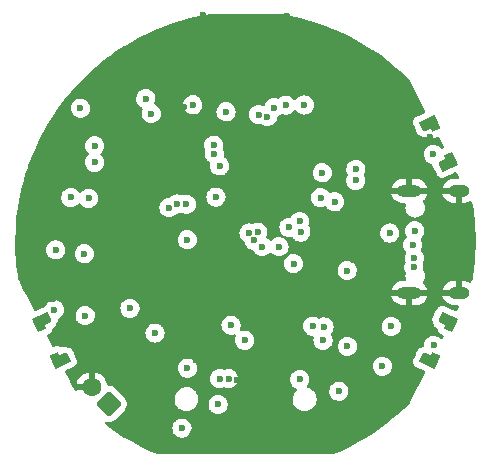
<source format=gbr>
%TF.GenerationSoftware,KiCad,Pcbnew,(6.0.7-1)-1*%
%TF.CreationDate,2022-10-24T14:59:34+01:00*%
%TF.ProjectId,wristpad,77726973-7470-4616-942e-6b696361645f,rev?*%
%TF.SameCoordinates,Original*%
%TF.FileFunction,Copper,L2,Inr*%
%TF.FilePolarity,Positive*%
%FSLAX46Y46*%
G04 Gerber Fmt 4.6, Leading zero omitted, Abs format (unit mm)*
G04 Created by KiCad (PCBNEW (6.0.7-1)-1) date 2022-10-24 14:59:34*
%MOMM*%
%LPD*%
G01*
G04 APERTURE LIST*
G04 Aperture macros list*
%AMRoundRect*
0 Rectangle with rounded corners*
0 $1 Rounding radius*
0 $2 $3 $4 $5 $6 $7 $8 $9 X,Y pos of 4 corners*
0 Add a 4 corners polygon primitive as box body*
4,1,4,$2,$3,$4,$5,$6,$7,$8,$9,$2,$3,0*
0 Add four circle primitives for the rounded corners*
1,1,$1+$1,$2,$3*
1,1,$1+$1,$4,$5*
1,1,$1+$1,$6,$7*
1,1,$1+$1,$8,$9*
0 Add four rect primitives between the rounded corners*
20,1,$1+$1,$2,$3,$4,$5,0*
20,1,$1+$1,$4,$5,$6,$7,0*
20,1,$1+$1,$6,$7,$8,$9,0*
20,1,$1+$1,$8,$9,$2,$3,0*%
%AMFreePoly0*
4,1,16,0.740277,0.992426,0.757850,0.950000,0.757850,0.300000,0.740275,0.257574,0.697850,0.240000,0.457200,0.240000,0.457201,-0.274320,0.274320,-0.457200,-0.457200,-0.457200,-0.457200,0.288050,-0.462150,0.300000,-0.462150,0.949999,-0.444576,0.992426,-0.402150,1.010000,0.697850,1.010000,0.740277,0.992426,0.740277,0.992426,$1*%
%AMFreePoly1*
4,1,16,0.444576,0.992426,0.462150,0.950000,0.462150,0.300000,0.457200,0.288050,0.457200,-0.457200,-0.274320,-0.457201,-0.457200,-0.274320,-0.457200,0.240000,-0.697850,0.240000,-0.740276,0.257574,-0.757850,0.300000,-0.757850,0.950000,-0.740276,0.992426,-0.697850,1.010000,0.402150,1.010000,0.444576,0.992426,0.444576,0.992426,$1*%
G04 Aperture macros list end*
%TA.AperFunction,ComponentPad*%
%ADD10RoundRect,0.250000X0.777817X0.000000X0.000000X0.777817X-0.777817X0.000000X0.000000X-0.777817X0*%
%TD*%
%TA.AperFunction,ComponentPad*%
%ADD11C,1.600000*%
%TD*%
%TA.AperFunction,ComponentPad*%
%ADD12FreePoly0,115.000000*%
%TD*%
%TA.AperFunction,ComponentPad*%
%ADD13FreePoly1,115.000000*%
%TD*%
%TA.AperFunction,ComponentPad*%
%ADD14O,2.108200X0.990600*%
%TD*%
%TA.AperFunction,ComponentPad*%
%ADD15O,1.803400X0.990600*%
%TD*%
%TA.AperFunction,ComponentPad*%
%ADD16FreePoly1,245.000000*%
%TD*%
%TA.AperFunction,ComponentPad*%
%ADD17FreePoly0,245.000000*%
%TD*%
%TA.AperFunction,ComponentPad*%
%ADD18FreePoly1,295.000000*%
%TD*%
%TA.AperFunction,ComponentPad*%
%ADD19FreePoly0,295.000000*%
%TD*%
%TA.AperFunction,ViaPad*%
%ADD20C,0.600000*%
%TD*%
G04 APERTURE END LIST*
D10*
%TO.N,+BATT*%
%TO.C,J2*%
X88453199Y-113713199D03*
D11*
%TO.N,GND*%
X87038985Y-112298985D03*
%TD*%
D12*
%TO.N,N/C*%
%TO.C,SW5*%
X84653935Y-109891721D03*
D13*
X83092065Y-106542279D03*
%TD*%
D14*
%TO.N,GND*%
%TO.C,J1*%
X113920000Y-104320002D03*
D15*
X118100000Y-104320002D03*
X118100000Y-95679998D03*
D14*
X113920000Y-95679998D03*
%TD*%
D16*
%TO.N,N/C*%
%TO.C,SW4*%
X115346065Y-109891721D03*
D17*
X116907935Y-106542279D03*
%TD*%
D18*
%TO.N,N/C*%
%TO.C,SW3*%
X116907935Y-93457721D03*
D19*
X115346065Y-90108279D03*
%TD*%
D20*
%TO.N,GND*%
X106270000Y-87610000D03*
%TO.N,+3V3*%
X105020500Y-88410000D03*
%TO.N,GND*%
X100980000Y-88140000D03*
%TO.N,/EN*%
X98400000Y-88990000D03*
%TO.N,GND*%
X91330000Y-85120000D03*
X86140000Y-102660000D03*
X82170000Y-100070000D03*
X86200000Y-104230000D03*
X110940000Y-113370000D03*
%TO.N,/RTS*%
X108670000Y-108850000D03*
%TO.N,GND*%
X89470000Y-98630000D03*
%TO.N,+3V3*%
X103470000Y-88420000D03*
X95120000Y-110690000D03*
X95120000Y-99820000D03*
%TO.N,/VIO*%
X108650000Y-102430000D03*
X104110000Y-101846451D03*
%TO.N,/B3*%
X101169960Y-89222472D03*
X83870000Y-105750000D03*
%TO.N,/B1*%
X115944767Y-92597423D03*
X102450000Y-88640000D03*
%TO.N,/B2*%
X101900500Y-89390000D03*
X115966761Y-108772452D03*
%TO.N,/EN*%
X111630000Y-110540000D03*
%TO.N,/BOOT*%
X97538560Y-96207076D03*
X94660000Y-115766758D03*
%TO.N,VBUS*%
X112380000Y-107160000D03*
%TO.N,/STAT*%
X95038556Y-96811444D03*
X86406232Y-101012089D03*
%TO.N,/DTR*%
X107950000Y-112640000D03*
%TO.N,/RTS*%
X106610000Y-108330000D03*
%TO.N,GND*%
X96580000Y-117080000D03*
X101330000Y-117090000D03*
X104070000Y-115460000D03*
X99440000Y-115290000D03*
X96300000Y-113690000D03*
%TO.N,/LEDK*%
X97726577Y-113762582D03*
%TO.N,GND*%
X103520000Y-108319998D03*
%TO.N,/BACKLIGHT*%
X104626352Y-111642157D03*
X102880000Y-100409500D03*
X103719445Y-98762333D03*
X106397000Y-96260500D03*
%TO.N,/SCL*%
X107590000Y-96610000D03*
%TO.N,/PIEZO*%
X100339213Y-99246668D03*
X99980500Y-108319998D03*
%TO.N,/ENABLE*%
X101090472Y-99182467D03*
X98820734Y-107049266D03*
%TO.N,/SCL*%
X86753743Y-96308622D03*
%TO.N,/SDA*%
X85260000Y-96240000D03*
X93559942Y-97105990D03*
%TO.N,/SCL*%
X94239208Y-96789208D03*
%TO.N,/DIR*%
X87270000Y-93270000D03*
X92060000Y-89140000D03*
%TO.N,/POWER*%
X91610000Y-87870000D03*
X86060000Y-88680000D03*
%TO.N,GND*%
X83480000Y-91530000D03*
%TO.N,VBUS*%
X114292955Y-102148027D03*
X86470000Y-106240000D03*
%TO.N,GND*%
X105571484Y-103510951D03*
X87950000Y-106270000D03*
X95860000Y-110020000D03*
X88330000Y-102620000D03*
X84627483Y-108629772D03*
X106441484Y-105230951D03*
X107321484Y-103550951D03*
X102400000Y-86360000D03*
X109321484Y-99730951D03*
X103961000Y-92181000D03*
X107311484Y-104330951D03*
X107311484Y-105210951D03*
X103941000Y-95831000D03*
X109291484Y-105198451D03*
X113860000Y-105770000D03*
X97100000Y-86400500D03*
X115640000Y-91160000D03*
X102131000Y-92221000D03*
X105581484Y-105230951D03*
X99352820Y-111734923D03*
X100391000Y-95751000D03*
X102141000Y-95811000D03*
X96420000Y-80820000D03*
X100431000Y-93961000D03*
X106441484Y-104400951D03*
X103580000Y-80880000D03*
X103921000Y-93861000D03*
X94860000Y-88600000D03*
X106441484Y-103540951D03*
X111030000Y-103060000D03*
X110680000Y-108710000D03*
X107001069Y-99641069D03*
X88291444Y-91471444D03*
X100431000Y-92201000D03*
X83740000Y-104860000D03*
X105551484Y-104400951D03*
X94780000Y-93690000D03*
X102111000Y-93921000D03*
%TO.N,+BATT*%
X92390000Y-107720000D03*
%TO.N,/DP*%
X114201500Y-100250001D03*
X114380000Y-99050000D03*
%TO.N,/SDA*%
X104624984Y-98265564D03*
X101477425Y-100409500D03*
X106543320Y-94153635D03*
%TO.N,/SCL*%
X100770000Y-99860000D03*
%TO.N,/DAC1*%
X97350000Y-91810500D03*
%TO.N,/DAC2*%
X97394581Y-92559599D03*
%TO.N,/POWER*%
X90260000Y-105630000D03*
X98619503Y-111580000D03*
X87280000Y-91850000D03*
%TO.N,/BATT_ADC*%
X95580780Y-88394500D03*
X83960000Y-100680000D03*
%TO.N,/CONNECTED*%
X97846885Y-93561500D03*
X104731484Y-99170000D03*
%TO.N,/CC2*%
X112250000Y-99250000D03*
X114337715Y-101349501D03*
%TO.N,/TXD*%
X106691484Y-107198451D03*
X109380000Y-94800000D03*
%TO.N,/RXD*%
X105731484Y-107130951D03*
X109390500Y-93860000D03*
%TO.N,/LEDA*%
X97870000Y-111580000D03*
%TD*%
%TA.AperFunction,Conductor*%
%TO.N,GND*%
G36*
X103136248Y-80750171D02*
G01*
X103907767Y-80889387D01*
X103913002Y-80890448D01*
X104350763Y-80988925D01*
X104720694Y-81072144D01*
X104725922Y-81073438D01*
X105525093Y-81289483D01*
X105530261Y-81291000D01*
X106319462Y-81541000D01*
X106324517Y-81542721D01*
X107102330Y-81826230D01*
X107107328Y-81828174D01*
X107214311Y-81872435D01*
X107872294Y-82144658D01*
X107877226Y-82146823D01*
X108627982Y-82495719D01*
X108632807Y-82498088D01*
X108773571Y-82570975D01*
X109367938Y-82878737D01*
X109372667Y-82881315D01*
X110090863Y-83293037D01*
X110095478Y-83295815D01*
X110795428Y-83737861D01*
X110799920Y-83740834D01*
X111480339Y-84212391D01*
X111484699Y-84215553D01*
X112144343Y-84715760D01*
X112148562Y-84719104D01*
X112786226Y-85247047D01*
X112790261Y-85250536D01*
X113338379Y-85745311D01*
X113404801Y-85805269D01*
X113408721Y-85808963D01*
X113934806Y-86326333D01*
X113958725Y-86358966D01*
X115266113Y-88924858D01*
X115279217Y-88994635D01*
X115252517Y-89060420D01*
X115202989Y-89098082D01*
X115154916Y-89118443D01*
X115147945Y-89124153D01*
X115145421Y-89126220D01*
X115118833Y-89142938D01*
X114968011Y-89213267D01*
X114968099Y-89213455D01*
X114964461Y-89215802D01*
X114908522Y-89241059D01*
X114907042Y-89237781D01*
X114906988Y-89237815D01*
X114908484Y-89241024D01*
X114905680Y-89242331D01*
X114904301Y-89242964D01*
X114891563Y-89248716D01*
X114880343Y-89253782D01*
X114878531Y-89254934D01*
X114876944Y-89255731D01*
X114521369Y-89421539D01*
X114519419Y-89422624D01*
X114519413Y-89422627D01*
X114518520Y-89423124D01*
X114457318Y-89457176D01*
X114347573Y-89553805D01*
X114342760Y-89561427D01*
X114342758Y-89561429D01*
X114297428Y-89633211D01*
X114269498Y-89677439D01*
X114267028Y-89686103D01*
X114267028Y-89686104D01*
X114236936Y-89791677D01*
X114229416Y-89818060D01*
X114229487Y-89827069D01*
X114229487Y-89827072D01*
X114229886Y-89877340D01*
X114230576Y-89964278D01*
X114233182Y-89972899D01*
X114233182Y-89972900D01*
X114265077Y-90078420D01*
X114272883Y-90104247D01*
X114274783Y-90108322D01*
X114274784Y-90108324D01*
X114461026Y-90507721D01*
X114461982Y-90509822D01*
X114485284Y-90562280D01*
X114487668Y-90566081D01*
X114489773Y-90570035D01*
X114489611Y-90570121D01*
X114493200Y-90576718D01*
X114582038Y-90767230D01*
X114638827Y-90861236D01*
X114743039Y-90963808D01*
X114871927Y-91032865D01*
X114876152Y-91034403D01*
X114876157Y-91034405D01*
X115111798Y-91120172D01*
X115111802Y-91120173D01*
X115114961Y-91121323D01*
X115221595Y-91147640D01*
X115291717Y-91147084D01*
X115358798Y-91146552D01*
X115358801Y-91146551D01*
X115367812Y-91146480D01*
X115454848Y-91120172D01*
X115503478Y-91105473D01*
X115503482Y-91105471D01*
X115507781Y-91104172D01*
X115511858Y-91102271D01*
X115511868Y-91102267D01*
X115582642Y-91096638D01*
X115617701Y-91112318D01*
X115618805Y-91110343D01*
X115625688Y-91114190D01*
X115632034Y-91118863D01*
X115767565Y-91173748D01*
X115776531Y-91174640D01*
X115776534Y-91174641D01*
X115871817Y-91184122D01*
X115913069Y-91188227D01*
X115949808Y-91186624D01*
X115949809Y-91186624D01*
X115959346Y-91186208D01*
X115959347Y-91186208D01*
X115962715Y-91186061D01*
X115966035Y-91185557D01*
X115966043Y-91185556D01*
X116063529Y-91170751D01*
X116063532Y-91170750D01*
X116071323Y-91169567D01*
X116078579Y-91166494D01*
X116078582Y-91166493D01*
X116197673Y-91116053D01*
X116197674Y-91116052D01*
X116205967Y-91112540D01*
X116211050Y-91108377D01*
X116217233Y-91105080D01*
X116236042Y-91096309D01*
X116306233Y-91085647D01*
X116371047Y-91114626D01*
X116401560Y-91153300D01*
X116810647Y-91956177D01*
X116823751Y-92025954D01*
X116797051Y-92091739D01*
X116751631Y-92127574D01*
X116738078Y-92133894D01*
X116667886Y-92144556D01*
X116603073Y-92115577D01*
X116586107Y-92097991D01*
X116582393Y-92092047D01*
X116568708Y-92078266D01*
X116459545Y-91968338D01*
X116459541Y-91968335D01*
X116454582Y-91963341D01*
X116443464Y-91956285D01*
X116395305Y-91925723D01*
X116301433Y-91866150D01*
X116267205Y-91853962D01*
X116137192Y-91807666D01*
X116137187Y-91807665D01*
X116130557Y-91805304D01*
X116123569Y-91804471D01*
X116123566Y-91804470D01*
X116000465Y-91789791D01*
X115950447Y-91783827D01*
X115943444Y-91784563D01*
X115943443Y-91784563D01*
X115777055Y-91802051D01*
X115777053Y-91802052D01*
X115770055Y-91802787D01*
X115598346Y-91861241D01*
X115592342Y-91864935D01*
X115449862Y-91952589D01*
X115449859Y-91952591D01*
X115443855Y-91956285D01*
X115438820Y-91961216D01*
X115438817Y-91961218D01*
X115319292Y-92078266D01*
X115314260Y-92083194D01*
X115216002Y-92235661D01*
X115213593Y-92242281D01*
X115213591Y-92242284D01*
X115163705Y-92379344D01*
X115153964Y-92406108D01*
X115131230Y-92586063D01*
X115148930Y-92766583D01*
X115206185Y-92938696D01*
X115209832Y-92944718D01*
X115209833Y-92944720D01*
X115290965Y-93078685D01*
X115300147Y-93093847D01*
X115305036Y-93098910D01*
X115305037Y-93098911D01*
X115332657Y-93127512D01*
X115426149Y-93224325D01*
X115432045Y-93228183D01*
X115549683Y-93305163D01*
X115577926Y-93323645D01*
X115584530Y-93326101D01*
X115584532Y-93326102D01*
X115741325Y-93384413D01*
X115741327Y-93384413D01*
X115747935Y-93386871D01*
X115765512Y-93389216D01*
X115830387Y-93418050D01*
X115869377Y-93477382D01*
X115869730Y-93478938D01*
X115869734Y-93479467D01*
X115870198Y-93481001D01*
X115870199Y-93481007D01*
X115910739Y-93615129D01*
X115912041Y-93619435D01*
X115913941Y-93623510D01*
X115913942Y-93623512D01*
X115923152Y-93643262D01*
X116022383Y-93856062D01*
X116022896Y-93857163D01*
X116023852Y-93859264D01*
X116047154Y-93911722D01*
X116049533Y-93915514D01*
X116051641Y-93919475D01*
X116051480Y-93919561D01*
X116055068Y-93926156D01*
X116221195Y-94282417D01*
X116222280Y-94284366D01*
X116222283Y-94284373D01*
X116233551Y-94304624D01*
X116256833Y-94346469D01*
X116353462Y-94456213D01*
X116477095Y-94534289D01*
X116530458Y-94549499D01*
X116609050Y-94571900D01*
X116609052Y-94571900D01*
X116617717Y-94574370D01*
X116626726Y-94574299D01*
X116626729Y-94574299D01*
X116692949Y-94573773D01*
X116763935Y-94573210D01*
X116796814Y-94563272D01*
X116899597Y-94532205D01*
X116899603Y-94532203D01*
X116903903Y-94530903D01*
X116915411Y-94525537D01*
X117251537Y-94368798D01*
X117261949Y-94364499D01*
X117301992Y-94350023D01*
X117301997Y-94350021D01*
X117304290Y-94349192D01*
X117306507Y-94348191D01*
X117306514Y-94348188D01*
X117310320Y-94346469D01*
X117314576Y-94344547D01*
X117373906Y-94312031D01*
X117381189Y-94308341D01*
X117464419Y-94269530D01*
X117494183Y-94255651D01*
X117505571Y-94251416D01*
X117508225Y-94251013D01*
X117515476Y-94247942D01*
X117515479Y-94247941D01*
X117568902Y-94225314D01*
X117642869Y-94193986D01*
X117647953Y-94189822D01*
X117654134Y-94186526D01*
X117780552Y-94127576D01*
X117850743Y-94116915D01*
X117915556Y-94145895D01*
X117946069Y-94184568D01*
X118103475Y-94493495D01*
X118116579Y-94563272D01*
X118089879Y-94629057D01*
X118031851Y-94669963D01*
X117991208Y-94676698D01*
X117645859Y-94676698D01*
X117639484Y-94677021D01*
X117497167Y-94691477D01*
X117484727Y-94694031D01*
X117302419Y-94751163D01*
X117290731Y-94756172D01*
X117123630Y-94848797D01*
X117113207Y-94856041D01*
X116968135Y-94980384D01*
X116959380Y-94989578D01*
X116842280Y-95140543D01*
X116835547Y-95151316D01*
X116751194Y-95322743D01*
X116746766Y-95334650D01*
X116727538Y-95408467D01*
X116727972Y-95422562D01*
X116736153Y-95425998D01*
X118228000Y-95425998D01*
X118296121Y-95446000D01*
X118342614Y-95499656D01*
X118354000Y-95551998D01*
X118354000Y-96665183D01*
X118358475Y-96680422D01*
X118359865Y-96681627D01*
X118367548Y-96683298D01*
X118554141Y-96683298D01*
X118560516Y-96682975D01*
X118702833Y-96668519D01*
X118715273Y-96665965D01*
X118897581Y-96608833D01*
X118909274Y-96603822D01*
X119005279Y-96550606D01*
X119074556Y-96535075D01*
X119141232Y-96559463D01*
X119178631Y-96603605D01*
X119183908Y-96613962D01*
X119251910Y-96747424D01*
X119264205Y-96785648D01*
X119360799Y-97419608D01*
X119361428Y-97424329D01*
X119381437Y-97600015D01*
X119441357Y-98126128D01*
X119444262Y-98151638D01*
X119444709Y-98156357D01*
X119499996Y-98886259D01*
X119500266Y-98891010D01*
X119519254Y-99393092D01*
X119527929Y-99622475D01*
X119528019Y-99627237D01*
X119528019Y-100359218D01*
X119527929Y-100363980D01*
X119501691Y-101057773D01*
X119500266Y-101095442D01*
X119499996Y-101100191D01*
X119444862Y-101828097D01*
X119444712Y-101830075D01*
X119444265Y-101834793D01*
X119408591Y-102148027D01*
X119361429Y-102562125D01*
X119360800Y-102566846D01*
X119345064Y-102670124D01*
X119264206Y-103200806D01*
X119251913Y-103239024D01*
X119175291Y-103389403D01*
X119126542Y-103441018D01*
X119057627Y-103458084D01*
X119001551Y-103442187D01*
X118992533Y-103437147D01*
X118817192Y-103361270D01*
X118805080Y-103357428D01*
X118616550Y-103318042D01*
X118606983Y-103316800D01*
X118606785Y-103316789D01*
X118603452Y-103316702D01*
X118372115Y-103316702D01*
X118356876Y-103321177D01*
X118355671Y-103322567D01*
X118354000Y-103330250D01*
X118354000Y-104448002D01*
X118333998Y-104516123D01*
X118280342Y-104562616D01*
X118228000Y-104574002D01*
X116736102Y-104574002D01*
X116722571Y-104577975D01*
X116721694Y-104584077D01*
X116784988Y-104756102D01*
X116790550Y-104767508D01*
X116891234Y-104929895D01*
X116898982Y-104939956D01*
X117030255Y-105078773D01*
X117039873Y-105087075D01*
X117196373Y-105196657D01*
X117207467Y-105202857D01*
X117382808Y-105278734D01*
X117394920Y-105282576D01*
X117583450Y-105321962D01*
X117593017Y-105323204D01*
X117593215Y-105323215D01*
X117596548Y-105323302D01*
X117984306Y-105323302D01*
X118052427Y-105343304D01*
X118098920Y-105396960D01*
X118109024Y-105467234D01*
X118096573Y-105506505D01*
X117940492Y-105812831D01*
X117891744Y-105864446D01*
X117822829Y-105881512D01*
X117774975Y-105869823D01*
X117603069Y-105789662D01*
X117603276Y-105789219D01*
X117598063Y-105787540D01*
X117551376Y-105763703D01*
X117551373Y-105763702D01*
X117543345Y-105759603D01*
X117534490Y-105757932D01*
X117534486Y-105757931D01*
X117531267Y-105757324D01*
X117501376Y-105747704D01*
X117350547Y-105677371D01*
X117350459Y-105677559D01*
X117346323Y-105676281D01*
X117303047Y-105655453D01*
X117291016Y-105649663D01*
X117291037Y-105649620D01*
X117289243Y-105648784D01*
X117291439Y-105648784D01*
X117292562Y-105646451D01*
X117292531Y-105646441D01*
X117291439Y-105648784D01*
X117289243Y-105648784D01*
X117288181Y-105648289D01*
X117286877Y-105647672D01*
X117263147Y-105636251D01*
X117261104Y-105635605D01*
X117259483Y-105634907D01*
X116996994Y-105512506D01*
X116903903Y-105469097D01*
X116854553Y-105450243D01*
X116841738Y-105445347D01*
X116841737Y-105445347D01*
X116835432Y-105442938D01*
X116763851Y-105432066D01*
X116699778Y-105422334D01*
X116699775Y-105422334D01*
X116690867Y-105420981D01*
X116545973Y-105440642D01*
X116412486Y-105500328D01*
X116405631Y-105506173D01*
X116405630Y-105506174D01*
X116368421Y-105537903D01*
X116301223Y-105595204D01*
X116221195Y-105717583D01*
X116219297Y-105721653D01*
X116219296Y-105721655D01*
X116033028Y-106121108D01*
X116032033Y-106123190D01*
X116020341Y-106147111D01*
X116006852Y-106174707D01*
X116005475Y-106178970D01*
X116003796Y-106183130D01*
X116003625Y-106183061D01*
X116000885Y-106190040D01*
X115912042Y-106380564D01*
X115910954Y-106383749D01*
X115910953Y-106383751D01*
X115904098Y-106403815D01*
X115876531Y-106484498D01*
X115864943Y-106630260D01*
X115866788Y-106639077D01*
X115866788Y-106639079D01*
X115892773Y-106763263D01*
X115894891Y-106773383D01*
X115896432Y-106777616D01*
X115896432Y-106777617D01*
X115981575Y-107011542D01*
X115983349Y-107016417D01*
X115984838Y-107019451D01*
X115984839Y-107019454D01*
X116010615Y-107071983D01*
X116031730Y-107115015D01*
X116126605Y-107226279D01*
X116248984Y-107306306D01*
X116253059Y-107308206D01*
X116253082Y-107308219D01*
X116302882Y-107358820D01*
X116313422Y-107395751D01*
X116315626Y-107395331D01*
X116317101Y-107403067D01*
X116317601Y-107410936D01*
X116362673Y-107550038D01*
X116367752Y-107557478D01*
X116367753Y-107557481D01*
X116438748Y-107661488D01*
X116445110Y-107670808D01*
X116469962Y-107697930D01*
X116469968Y-107697936D01*
X116478697Y-107707462D01*
X116500084Y-107726292D01*
X116540312Y-107761711D01*
X116561144Y-107780053D01*
X116568165Y-107783637D01*
X116683353Y-107842438D01*
X116683356Y-107842439D01*
X116691380Y-107846535D01*
X116697831Y-107847751D01*
X116704318Y-107850363D01*
X116710649Y-107853315D01*
X116746053Y-107869824D01*
X116799338Y-107916739D01*
X116818800Y-107985016D01*
X116805071Y-108041221D01*
X116798240Y-108054628D01*
X116739986Y-108168958D01*
X116691238Y-108220573D01*
X116622323Y-108237639D01*
X116555121Y-108214738D01*
X116538313Y-108200539D01*
X116481539Y-108143367D01*
X116481535Y-108143364D01*
X116476576Y-108138370D01*
X116468255Y-108133089D01*
X116392973Y-108085314D01*
X116323427Y-108041179D01*
X116262871Y-108019616D01*
X116159186Y-107982695D01*
X116159181Y-107982694D01*
X116152551Y-107980333D01*
X116145563Y-107979500D01*
X116145560Y-107979499D01*
X116002723Y-107962467D01*
X115972441Y-107958856D01*
X115965438Y-107959592D01*
X115965437Y-107959592D01*
X115799049Y-107977080D01*
X115799047Y-107977081D01*
X115792049Y-107977816D01*
X115620340Y-108036270D01*
X115569907Y-108067297D01*
X115471856Y-108127618D01*
X115471853Y-108127620D01*
X115465849Y-108131314D01*
X115460814Y-108136245D01*
X115460811Y-108136247D01*
X115341286Y-108253295D01*
X115336254Y-108258223D01*
X115237996Y-108410690D01*
X115235587Y-108417310D01*
X115235585Y-108417313D01*
X115199303Y-108516998D01*
X115175958Y-108581137D01*
X115153224Y-108761092D01*
X115153912Y-108768106D01*
X115153813Y-108775150D01*
X115151372Y-108775116D01*
X115140234Y-108833669D01*
X115091366Y-108885171D01*
X115071196Y-108894606D01*
X114994911Y-108922372D01*
X114871927Y-108967135D01*
X114773329Y-109015515D01*
X114662065Y-109110391D01*
X114640872Y-109142800D01*
X114585306Y-109227773D01*
X114582038Y-109232770D01*
X114580135Y-109236851D01*
X114471171Y-109470525D01*
X114470206Y-109472546D01*
X114444982Y-109524149D01*
X114443605Y-109528410D01*
X114441927Y-109532569D01*
X114441757Y-109532500D01*
X114439014Y-109539483D01*
X114272883Y-109895753D01*
X114272088Y-109897834D01*
X114249728Y-109956362D01*
X114246724Y-109964224D01*
X114245710Y-109970902D01*
X114233120Y-110053795D01*
X114224767Y-110108789D01*
X114244428Y-110253684D01*
X114248106Y-110261910D01*
X114248107Y-110261913D01*
X114285306Y-110345106D01*
X114304114Y-110387170D01*
X114398990Y-110498434D01*
X114406534Y-110503367D01*
X114503291Y-110566639D01*
X114521369Y-110578461D01*
X114857854Y-110735366D01*
X114868988Y-110740558D01*
X114878974Y-110745771D01*
X114917905Y-110768361D01*
X114928074Y-110773255D01*
X114991136Y-110797810D01*
X114998667Y-110801028D01*
X115111652Y-110853714D01*
X115122202Y-110859708D01*
X115124210Y-110861476D01*
X115184656Y-110892338D01*
X115205609Y-110903036D01*
X115257183Y-110951827D01*
X115274192Y-111020756D01*
X115260579Y-111072458D01*
X113985127Y-113575673D01*
X113958591Y-113627752D01*
X113934757Y-113660301D01*
X113718595Y-113873283D01*
X113435357Y-114152354D01*
X113431616Y-114155892D01*
X112845709Y-114687792D01*
X112841827Y-114691174D01*
X112234682Y-115198691D01*
X112230667Y-115201910D01*
X111905121Y-115452172D01*
X111603285Y-115684206D01*
X111599140Y-115687260D01*
X110952572Y-116143525D01*
X110948305Y-116146407D01*
X110283643Y-116575872D01*
X110279262Y-116578577D01*
X110071061Y-116701347D01*
X109597635Y-116980514D01*
X109593174Y-116983025D01*
X108895609Y-117356824D01*
X108891049Y-117359148D01*
X108711327Y-117446199D01*
X108178866Y-117704103D01*
X108174187Y-117706253D01*
X107557847Y-117974275D01*
X107507600Y-117984727D01*
X92572381Y-117984727D01*
X92522134Y-117974274D01*
X91905815Y-117706260D01*
X91901167Y-117704125D01*
X91188948Y-117359153D01*
X91184395Y-117356833D01*
X90486823Y-116983030D01*
X90482370Y-116980524D01*
X89800735Y-116578582D01*
X89796354Y-116575877D01*
X89131692Y-116146412D01*
X89127425Y-116143530D01*
X88577407Y-115755398D01*
X93846463Y-115755398D01*
X93864163Y-115935918D01*
X93921418Y-116108031D01*
X93925065Y-116114053D01*
X93925066Y-116114055D01*
X93943814Y-116145011D01*
X94015380Y-116263182D01*
X94141382Y-116393660D01*
X94293159Y-116492980D01*
X94299763Y-116495436D01*
X94299765Y-116495437D01*
X94456558Y-116553748D01*
X94456560Y-116553748D01*
X94463168Y-116556206D01*
X94546995Y-116567391D01*
X94635980Y-116579265D01*
X94635984Y-116579265D01*
X94642961Y-116580196D01*
X94649972Y-116579558D01*
X94649976Y-116579558D01*
X94792459Y-116566590D01*
X94823600Y-116563756D01*
X94830302Y-116561578D01*
X94830304Y-116561578D01*
X94989409Y-116509882D01*
X94989412Y-116509881D01*
X94996108Y-116507705D01*
X95151912Y-116414827D01*
X95283266Y-116289740D01*
X95383643Y-116138660D01*
X95448055Y-115969096D01*
X95449035Y-115962124D01*
X95472748Y-115793397D01*
X95472748Y-115793394D01*
X95473299Y-115789475D01*
X95473616Y-115766758D01*
X95453397Y-115586503D01*
X95451080Y-115579849D01*
X95396064Y-115421864D01*
X95396062Y-115421861D01*
X95393745Y-115415206D01*
X95297626Y-115261382D01*
X95285792Y-115249465D01*
X95174778Y-115137673D01*
X95174774Y-115137670D01*
X95169815Y-115132676D01*
X95158697Y-115125620D01*
X95060015Y-115062995D01*
X95016666Y-115035485D01*
X94987463Y-115025086D01*
X94852425Y-114977001D01*
X94852420Y-114977000D01*
X94845790Y-114974639D01*
X94838802Y-114973806D01*
X94838799Y-114973805D01*
X94715698Y-114959126D01*
X94665680Y-114953162D01*
X94658677Y-114953898D01*
X94658676Y-114953898D01*
X94492288Y-114971386D01*
X94492286Y-114971387D01*
X94485288Y-114972122D01*
X94313579Y-115030576D01*
X94260883Y-115062995D01*
X94165095Y-115121924D01*
X94165092Y-115121926D01*
X94159088Y-115125620D01*
X94154053Y-115130551D01*
X94154050Y-115130553D01*
X94034525Y-115247601D01*
X94029493Y-115252529D01*
X93931235Y-115404996D01*
X93928826Y-115411616D01*
X93928824Y-115411619D01*
X93871606Y-115568824D01*
X93869197Y-115575443D01*
X93846463Y-115755398D01*
X88577407Y-115755398D01*
X88480856Y-115687265D01*
X88476711Y-115684211D01*
X88174868Y-115452171D01*
X88133053Y-115394797D01*
X88128894Y-115323922D01*
X88163713Y-115262050D01*
X88226456Y-115228825D01*
X88280540Y-115229632D01*
X88349259Y-115245812D01*
X88365426Y-115249619D01*
X88372742Y-115249613D01*
X88372745Y-115249613D01*
X88454052Y-115249542D01*
X88542296Y-115249465D01*
X88629271Y-115228825D01*
X88707267Y-115210316D01*
X88707268Y-115210316D01*
X88714388Y-115208626D01*
X88727767Y-115201912D01*
X88866319Y-115132378D01*
X88872468Y-115129292D01*
X88877803Y-115124949D01*
X88951407Y-115065026D01*
X88951413Y-115065020D01*
X88953901Y-115062995D01*
X89802995Y-114213901D01*
X89821740Y-114190816D01*
X89865677Y-114136707D01*
X89865679Y-114136703D01*
X89870023Y-114131354D01*
X89949081Y-113973134D01*
X89989619Y-113800972D01*
X89989606Y-113785299D01*
X89989517Y-113684297D01*
X89989465Y-113624102D01*
X89948626Y-113452010D01*
X89939044Y-113432916D01*
X89875024Y-113305351D01*
X94036719Y-113305351D01*
X94037235Y-113311495D01*
X94049076Y-113452507D01*
X94053268Y-113502434D01*
X94054967Y-113508358D01*
X94098541Y-113660318D01*
X94107783Y-113692550D01*
X94198187Y-113868456D01*
X94321035Y-114023453D01*
X94325728Y-114027447D01*
X94325729Y-114027448D01*
X94449128Y-114132468D01*
X94471650Y-114151636D01*
X94644294Y-114248124D01*
X94832392Y-114309240D01*
X95028777Y-114332658D01*
X95034912Y-114332186D01*
X95034914Y-114332186D01*
X95219830Y-114317957D01*
X95219834Y-114317956D01*
X95225972Y-114317484D01*
X95416463Y-114264298D01*
X95421967Y-114261518D01*
X95421969Y-114261517D01*
X95587495Y-114177904D01*
X95587497Y-114177903D01*
X95592996Y-114175125D01*
X95748847Y-114053361D01*
X95853825Y-113931742D01*
X95874049Y-113908313D01*
X95874050Y-113908311D01*
X95878078Y-113903645D01*
X95964667Y-113751222D01*
X96913040Y-113751222D01*
X96930740Y-113931742D01*
X96987995Y-114103855D01*
X96991642Y-114109877D01*
X96991643Y-114109879D01*
X97076520Y-114250028D01*
X97081957Y-114259006D01*
X97086846Y-114264069D01*
X97086847Y-114264070D01*
X97101934Y-114279693D01*
X97207959Y-114389484D01*
X97359736Y-114488804D01*
X97366340Y-114491260D01*
X97366342Y-114491261D01*
X97523135Y-114549572D01*
X97523137Y-114549572D01*
X97529745Y-114552030D01*
X97613572Y-114563215D01*
X97702557Y-114575089D01*
X97702561Y-114575089D01*
X97709538Y-114576020D01*
X97716549Y-114575382D01*
X97716553Y-114575382D01*
X97859036Y-114562414D01*
X97890177Y-114559580D01*
X97896879Y-114557402D01*
X97896881Y-114557402D01*
X98055986Y-114505706D01*
X98055989Y-114505705D01*
X98062685Y-114503529D01*
X98218489Y-114410651D01*
X98349843Y-114285564D01*
X98450220Y-114134484D01*
X98509027Y-113979676D01*
X98512132Y-113971502D01*
X98512133Y-113971500D01*
X98514632Y-113964920D01*
X98515612Y-113957948D01*
X98539325Y-113789221D01*
X98539325Y-113789218D01*
X98539876Y-113785299D01*
X98540193Y-113762582D01*
X98519974Y-113582327D01*
X98517657Y-113575673D01*
X98462641Y-113417688D01*
X98462639Y-113417685D01*
X98460322Y-113411030D01*
X98387847Y-113295044D01*
X98367936Y-113263180D01*
X98364203Y-113257206D01*
X98317542Y-113210218D01*
X98241355Y-113133497D01*
X98241351Y-113133494D01*
X98236392Y-113128500D01*
X98225274Y-113121444D01*
X98177115Y-113090882D01*
X98083243Y-113031309D01*
X98028742Y-113011902D01*
X97919002Y-112972825D01*
X97918997Y-112972824D01*
X97912367Y-112970463D01*
X97905379Y-112969630D01*
X97905376Y-112969629D01*
X97782275Y-112954950D01*
X97732257Y-112948986D01*
X97725254Y-112949722D01*
X97725253Y-112949722D01*
X97558865Y-112967210D01*
X97558863Y-112967211D01*
X97551865Y-112967946D01*
X97380156Y-113026400D01*
X97374152Y-113030094D01*
X97231672Y-113117748D01*
X97231669Y-113117750D01*
X97225665Y-113121444D01*
X97220630Y-113126375D01*
X97220627Y-113126377D01*
X97178286Y-113167841D01*
X97096070Y-113248353D01*
X96997812Y-113400820D01*
X96995403Y-113407440D01*
X96995401Y-113407443D01*
X96963062Y-113496293D01*
X96935774Y-113571267D01*
X96913040Y-113751222D01*
X95964667Y-113751222D01*
X95975769Y-113731679D01*
X96038197Y-113544013D01*
X96062985Y-113347795D01*
X96063380Y-113319500D01*
X96044080Y-113122667D01*
X95986916Y-112933331D01*
X95894066Y-112758704D01*
X95812551Y-112658757D01*
X95772960Y-112610213D01*
X95772957Y-112610210D01*
X95769065Y-112605438D01*
X95762724Y-112600192D01*
X95621425Y-112483299D01*
X95621421Y-112483297D01*
X95616675Y-112479370D01*
X95442701Y-112385302D01*
X95253768Y-112326818D01*
X95247643Y-112326174D01*
X95247642Y-112326174D01*
X95063204Y-112306789D01*
X95063202Y-112306789D01*
X95057075Y-112306145D01*
X94974576Y-112313653D01*
X94866251Y-112323511D01*
X94866248Y-112323512D01*
X94860112Y-112324070D01*
X94854206Y-112325808D01*
X94854202Y-112325809D01*
X94778878Y-112347978D01*
X94670381Y-112379910D01*
X94664923Y-112382763D01*
X94664919Y-112382765D01*
X94644504Y-112393438D01*
X94495110Y-112471540D01*
X94340975Y-112595468D01*
X94213846Y-112746974D01*
X94210879Y-112752372D01*
X94210875Y-112752377D01*
X94157801Y-112848920D01*
X94118567Y-112920287D01*
X94116706Y-112926154D01*
X94116705Y-112926156D01*
X94082150Y-113035088D01*
X94058765Y-113108806D01*
X94036719Y-113305351D01*
X89875024Y-113305351D01*
X89872378Y-113300079D01*
X89869292Y-113293930D01*
X89864949Y-113288595D01*
X89805026Y-113214991D01*
X89805020Y-113214985D01*
X89802995Y-113212497D01*
X88953901Y-112363403D01*
X88934905Y-112347978D01*
X88876707Y-112300721D01*
X88876703Y-112300719D01*
X88871354Y-112296375D01*
X88713134Y-112217317D01*
X88646566Y-112201643D01*
X88548096Y-112178456D01*
X88548092Y-112178456D01*
X88540972Y-112176779D01*
X88533656Y-112176785D01*
X88533653Y-112176785D01*
X88466756Y-112176844D01*
X88456051Y-112176853D01*
X88387913Y-112156910D01*
X88341373Y-112103295D01*
X88331855Y-112072731D01*
X88330611Y-112065675D01*
X88274221Y-111855224D01*
X88270475Y-111844932D01*
X88178399Y-111647474D01*
X88172916Y-111637978D01*
X88124365Y-111568640D01*
X97056463Y-111568640D01*
X97074163Y-111749160D01*
X97131418Y-111921273D01*
X97135065Y-111927295D01*
X97135066Y-111927297D01*
X97195744Y-112027488D01*
X97225380Y-112076424D01*
X97230269Y-112081487D01*
X97230270Y-112081488D01*
X97290295Y-112143645D01*
X97351382Y-112206902D01*
X97376305Y-112223211D01*
X97494753Y-112300721D01*
X97503159Y-112306222D01*
X97509763Y-112308678D01*
X97509765Y-112308679D01*
X97666558Y-112366990D01*
X97666560Y-112366990D01*
X97673168Y-112369448D01*
X97756995Y-112380633D01*
X97845980Y-112392507D01*
X97845984Y-112392507D01*
X97852961Y-112393438D01*
X97859972Y-112392800D01*
X97859976Y-112392800D01*
X98020722Y-112378170D01*
X98033600Y-112376998D01*
X98040302Y-112374820D01*
X98040304Y-112374820D01*
X98206108Y-112320947D01*
X98206766Y-112322971D01*
X98266869Y-112314480D01*
X98292548Y-112321055D01*
X98422671Y-112369448D01*
X98506498Y-112380633D01*
X98595483Y-112392507D01*
X98595487Y-112392507D01*
X98602464Y-112393438D01*
X98609475Y-112392800D01*
X98609479Y-112392800D01*
X98770225Y-112378170D01*
X98783103Y-112376998D01*
X98789805Y-112374820D01*
X98789807Y-112374820D01*
X98948912Y-112323124D01*
X98948915Y-112323123D01*
X98955611Y-112320947D01*
X99111415Y-112228069D01*
X99242769Y-112102982D01*
X99343146Y-111951902D01*
X99396550Y-111811317D01*
X99405058Y-111788920D01*
X99405059Y-111788918D01*
X99407558Y-111782338D01*
X99408538Y-111775366D01*
X99428856Y-111630797D01*
X103812815Y-111630797D01*
X103830515Y-111811317D01*
X103887770Y-111983430D01*
X103891417Y-111989452D01*
X103891418Y-111989454D01*
X103977561Y-112131693D01*
X103981732Y-112138581D01*
X103986621Y-112143644D01*
X103986622Y-112143645D01*
X104018625Y-112176785D01*
X104107734Y-112269059D01*
X104259511Y-112368379D01*
X104266111Y-112370834D01*
X104266114Y-112370835D01*
X104301154Y-112383866D01*
X104358030Y-112426359D01*
X104382903Y-112492856D01*
X104367877Y-112562244D01*
X104345523Y-112591812D01*
X104340975Y-112595468D01*
X104213846Y-112746974D01*
X104210879Y-112752372D01*
X104210875Y-112752377D01*
X104157801Y-112848920D01*
X104118567Y-112920287D01*
X104116706Y-112926154D01*
X104116705Y-112926156D01*
X104082150Y-113035088D01*
X104058765Y-113108806D01*
X104036719Y-113305351D01*
X104037235Y-113311495D01*
X104049076Y-113452507D01*
X104053268Y-113502434D01*
X104054967Y-113508358D01*
X104098541Y-113660318D01*
X104107783Y-113692550D01*
X104198187Y-113868456D01*
X104321035Y-114023453D01*
X104325728Y-114027447D01*
X104325729Y-114027448D01*
X104449128Y-114132468D01*
X104471650Y-114151636D01*
X104644294Y-114248124D01*
X104832392Y-114309240D01*
X105028777Y-114332658D01*
X105034912Y-114332186D01*
X105034914Y-114332186D01*
X105219830Y-114317957D01*
X105219834Y-114317956D01*
X105225972Y-114317484D01*
X105416463Y-114264298D01*
X105421967Y-114261518D01*
X105421969Y-114261517D01*
X105587495Y-114177904D01*
X105587497Y-114177903D01*
X105592996Y-114175125D01*
X105748847Y-114053361D01*
X105853825Y-113931742D01*
X105874049Y-113908313D01*
X105874050Y-113908311D01*
X105878078Y-113903645D01*
X105975769Y-113731679D01*
X106038197Y-113544013D01*
X106062985Y-113347795D01*
X106063380Y-113319500D01*
X106044080Y-113122667D01*
X105986916Y-112933331D01*
X105894066Y-112758704D01*
X105812551Y-112658757D01*
X105787988Y-112628640D01*
X107136463Y-112628640D01*
X107154163Y-112809160D01*
X107211418Y-112981273D01*
X107215065Y-112987295D01*
X107215066Y-112987297D01*
X107297049Y-113122667D01*
X107305380Y-113136424D01*
X107310269Y-113141487D01*
X107310270Y-113141488D01*
X107378843Y-113212497D01*
X107431382Y-113266902D01*
X107469242Y-113291677D01*
X107574059Y-113360267D01*
X107583159Y-113366222D01*
X107589763Y-113368678D01*
X107589765Y-113368679D01*
X107746558Y-113426990D01*
X107746560Y-113426990D01*
X107753168Y-113429448D01*
X107836995Y-113440633D01*
X107925980Y-113452507D01*
X107925984Y-113452507D01*
X107932961Y-113453438D01*
X107939972Y-113452800D01*
X107939976Y-113452800D01*
X108098206Y-113438399D01*
X108113600Y-113436998D01*
X108120302Y-113434820D01*
X108120304Y-113434820D01*
X108279409Y-113383124D01*
X108279412Y-113383123D01*
X108286108Y-113380947D01*
X108423196Y-113299226D01*
X108435860Y-113291677D01*
X108435862Y-113291676D01*
X108441912Y-113288069D01*
X108573266Y-113162982D01*
X108673643Y-113011902D01*
X108738055Y-112842338D01*
X108739035Y-112835366D01*
X108762748Y-112666639D01*
X108762748Y-112666636D01*
X108763299Y-112662717D01*
X108763616Y-112640000D01*
X108743397Y-112459745D01*
X108741080Y-112453091D01*
X108686064Y-112295106D01*
X108686062Y-112295103D01*
X108683745Y-112288448D01*
X108587626Y-112134624D01*
X108573941Y-112120843D01*
X108464778Y-112010915D01*
X108464774Y-112010912D01*
X108459815Y-112005918D01*
X108448697Y-111998862D01*
X108364318Y-111945314D01*
X108306666Y-111908727D01*
X108277463Y-111898328D01*
X108142425Y-111850243D01*
X108142420Y-111850242D01*
X108135790Y-111847881D01*
X108128802Y-111847048D01*
X108128799Y-111847047D01*
X108005698Y-111832368D01*
X107955680Y-111826404D01*
X107948677Y-111827140D01*
X107948676Y-111827140D01*
X107782288Y-111844628D01*
X107782286Y-111844629D01*
X107775288Y-111845364D01*
X107603579Y-111903818D01*
X107565415Y-111927297D01*
X107455095Y-111995166D01*
X107455092Y-111995168D01*
X107449088Y-111998862D01*
X107444053Y-112003793D01*
X107444050Y-112003795D01*
X107337802Y-112107841D01*
X107319493Y-112125771D01*
X107221235Y-112278238D01*
X107218826Y-112284858D01*
X107218824Y-112284861D01*
X107161606Y-112442066D01*
X107159197Y-112448685D01*
X107136463Y-112628640D01*
X105787988Y-112628640D01*
X105772960Y-112610213D01*
X105772957Y-112610210D01*
X105769065Y-112605438D01*
X105762724Y-112600192D01*
X105621425Y-112483299D01*
X105621421Y-112483297D01*
X105616675Y-112479370D01*
X105442701Y-112385302D01*
X105322126Y-112347978D01*
X105262966Y-112308727D01*
X105234419Y-112243722D01*
X105245548Y-112173603D01*
X105254437Y-112157886D01*
X105290915Y-112102982D01*
X105349995Y-112014059D01*
X105392735Y-111901547D01*
X105411907Y-111851077D01*
X105411908Y-111851075D01*
X105414407Y-111844495D01*
X105416950Y-111826404D01*
X105439100Y-111668796D01*
X105439100Y-111668793D01*
X105439651Y-111664874D01*
X105439968Y-111642157D01*
X105419749Y-111461902D01*
X105415991Y-111451110D01*
X105362416Y-111297263D01*
X105362414Y-111297260D01*
X105360097Y-111290605D01*
X105263978Y-111136781D01*
X105242759Y-111115413D01*
X105141130Y-111013072D01*
X105141126Y-111013069D01*
X105136167Y-111008075D01*
X105125049Y-111001019D01*
X105076890Y-110970457D01*
X104983018Y-110910884D01*
X104922490Y-110889331D01*
X104818777Y-110852400D01*
X104818772Y-110852399D01*
X104812142Y-110850038D01*
X104805154Y-110849205D01*
X104805151Y-110849204D01*
X104682050Y-110834525D01*
X104632032Y-110828561D01*
X104625029Y-110829297D01*
X104625028Y-110829297D01*
X104458640Y-110846785D01*
X104458638Y-110846786D01*
X104451640Y-110847521D01*
X104279931Y-110905975D01*
X104273927Y-110909669D01*
X104131447Y-110997323D01*
X104131444Y-110997325D01*
X104125440Y-111001019D01*
X104120405Y-111005950D01*
X104120402Y-111005952D01*
X104026938Y-111097479D01*
X103995845Y-111127928D01*
X103897587Y-111280395D01*
X103895178Y-111287015D01*
X103895176Y-111287018D01*
X103858172Y-111388685D01*
X103835549Y-111450842D01*
X103812815Y-111630797D01*
X99428856Y-111630797D01*
X99432251Y-111606639D01*
X99432251Y-111606636D01*
X99432802Y-111602717D01*
X99433119Y-111580000D01*
X99412900Y-111399745D01*
X99410583Y-111393091D01*
X99355567Y-111235106D01*
X99355565Y-111235103D01*
X99353248Y-111228448D01*
X99257129Y-111074624D01*
X99245568Y-111062982D01*
X99134281Y-110950915D01*
X99134277Y-110950912D01*
X99129318Y-110945918D01*
X99118200Y-110938862D01*
X99062799Y-110903704D01*
X98976169Y-110848727D01*
X98946966Y-110838328D01*
X98811928Y-110790243D01*
X98811923Y-110790242D01*
X98805293Y-110787881D01*
X98798305Y-110787048D01*
X98798302Y-110787047D01*
X98650442Y-110769416D01*
X98625183Y-110766404D01*
X98618180Y-110767140D01*
X98618179Y-110767140D01*
X98451791Y-110784628D01*
X98451789Y-110784629D01*
X98444791Y-110785364D01*
X98283839Y-110840156D01*
X98212908Y-110843174D01*
X98200979Y-110839580D01*
X98083674Y-110797810D01*
X98062424Y-110790243D01*
X98062422Y-110790243D01*
X98055790Y-110787881D01*
X98048802Y-110787048D01*
X98048799Y-110787047D01*
X97900939Y-110769416D01*
X97875680Y-110766404D01*
X97868677Y-110767140D01*
X97868676Y-110767140D01*
X97702288Y-110784628D01*
X97702286Y-110784629D01*
X97695288Y-110785364D01*
X97523579Y-110843818D01*
X97474877Y-110873780D01*
X97375095Y-110935166D01*
X97375092Y-110935168D01*
X97369088Y-110938862D01*
X97364053Y-110943793D01*
X97364050Y-110943795D01*
X97250171Y-111055314D01*
X97239493Y-111065771D01*
X97141235Y-111218238D01*
X97138826Y-111224858D01*
X97138824Y-111224861D01*
X97092365Y-111352507D01*
X97079197Y-111388685D01*
X97056463Y-111568640D01*
X88124365Y-111568640D01*
X88047957Y-111459518D01*
X88040901Y-111451110D01*
X87886860Y-111297069D01*
X87878452Y-111290013D01*
X87699992Y-111165054D01*
X87690496Y-111159571D01*
X87493038Y-111067495D01*
X87482746Y-111063749D01*
X87310482Y-111017591D01*
X87296386Y-111017927D01*
X87292985Y-111025869D01*
X87292985Y-112426985D01*
X87272983Y-112495106D01*
X87219327Y-112541599D01*
X87166985Y-112552985D01*
X85771018Y-112552985D01*
X85742045Y-112561492D01*
X85705423Y-112585027D01*
X85634427Y-112585026D01*
X85574701Y-112546641D01*
X85557660Y-112521333D01*
X85543151Y-112492856D01*
X85306034Y-112027488D01*
X85757591Y-112027488D01*
X85757927Y-112041584D01*
X85765869Y-112044985D01*
X86766870Y-112044985D01*
X86782109Y-112040510D01*
X86783314Y-112039120D01*
X86784985Y-112031437D01*
X86784985Y-111031018D01*
X86781012Y-111017487D01*
X86772463Y-111016258D01*
X86595224Y-111063749D01*
X86584932Y-111067495D01*
X86387474Y-111159571D01*
X86377978Y-111165054D01*
X86199518Y-111290013D01*
X86191110Y-111297069D01*
X86037069Y-111451110D01*
X86030013Y-111459518D01*
X85905054Y-111637978D01*
X85899571Y-111647474D01*
X85807495Y-111844932D01*
X85803749Y-111855224D01*
X85757591Y-112027488D01*
X85306034Y-112027488D01*
X85107691Y-111638219D01*
X84803718Y-111041637D01*
X84790614Y-110971860D01*
X84817314Y-110906075D01*
X84845124Y-110881608D01*
X84845083Y-110881558D01*
X84846489Y-110880406D01*
X84854580Y-110873780D01*
X84881167Y-110857062D01*
X85031989Y-110786733D01*
X85031901Y-110786545D01*
X85035539Y-110784198D01*
X85059776Y-110773255D01*
X85091478Y-110758941D01*
X85092958Y-110762219D01*
X85093012Y-110762185D01*
X85091516Y-110758976D01*
X85094320Y-110757669D01*
X85095699Y-110757036D01*
X85108437Y-110751284D01*
X85119657Y-110746218D01*
X85121469Y-110745066D01*
X85123059Y-110744267D01*
X85142147Y-110735366D01*
X85263796Y-110678640D01*
X94306463Y-110678640D01*
X94324163Y-110859160D01*
X94381418Y-111031273D01*
X94385065Y-111037295D01*
X94385066Y-111037297D01*
X94465894Y-111170760D01*
X94475380Y-111186424D01*
X94480269Y-111191487D01*
X94480270Y-111191488D01*
X94510188Y-111222469D01*
X94601382Y-111316902D01*
X94753159Y-111416222D01*
X94759763Y-111418678D01*
X94759765Y-111418679D01*
X94916558Y-111476990D01*
X94916560Y-111476990D01*
X94923168Y-111479448D01*
X95006995Y-111490633D01*
X95095980Y-111502507D01*
X95095984Y-111502507D01*
X95102961Y-111503438D01*
X95109972Y-111502800D01*
X95109976Y-111502800D01*
X95252459Y-111489832D01*
X95283600Y-111486998D01*
X95290302Y-111484820D01*
X95290304Y-111484820D01*
X95449409Y-111433124D01*
X95449412Y-111433123D01*
X95456108Y-111430947D01*
X95552513Y-111373478D01*
X95605860Y-111341677D01*
X95605862Y-111341676D01*
X95611912Y-111338069D01*
X95743266Y-111212982D01*
X95843643Y-111061902D01*
X95898393Y-110917773D01*
X95905555Y-110898920D01*
X95905556Y-110898918D01*
X95908055Y-110892338D01*
X95910663Y-110873780D01*
X95932748Y-110716639D01*
X95932748Y-110716636D01*
X95933299Y-110712717D01*
X95933616Y-110690000D01*
X95915516Y-110528640D01*
X110816463Y-110528640D01*
X110834163Y-110709160D01*
X110891418Y-110881273D01*
X110895065Y-110887295D01*
X110895066Y-110887297D01*
X110978988Y-111025869D01*
X110985380Y-111036424D01*
X110990269Y-111041487D01*
X110990270Y-111041488D01*
X111061659Y-111115413D01*
X111111382Y-111166902D01*
X111263159Y-111266222D01*
X111269763Y-111268678D01*
X111269765Y-111268679D01*
X111426558Y-111326990D01*
X111426560Y-111326990D01*
X111433168Y-111329448D01*
X111516995Y-111340633D01*
X111605980Y-111352507D01*
X111605984Y-111352507D01*
X111612961Y-111353438D01*
X111619972Y-111352800D01*
X111619976Y-111352800D01*
X111762459Y-111339832D01*
X111793600Y-111336998D01*
X111800302Y-111334820D01*
X111800304Y-111334820D01*
X111959409Y-111283124D01*
X111959412Y-111283123D01*
X111966108Y-111280947D01*
X112121912Y-111188069D01*
X112253266Y-111062982D01*
X112353643Y-110911902D01*
X112400949Y-110787370D01*
X112415555Y-110748920D01*
X112415556Y-110748918D01*
X112418055Y-110742338D01*
X112421667Y-110716639D01*
X112442748Y-110566639D01*
X112442748Y-110566636D01*
X112443299Y-110562717D01*
X112443616Y-110540000D01*
X112423397Y-110359745D01*
X112421080Y-110353091D01*
X112366064Y-110195106D01*
X112366062Y-110195103D01*
X112363745Y-110188448D01*
X112267626Y-110034624D01*
X112262664Y-110029627D01*
X112144778Y-109910915D01*
X112144774Y-109910912D01*
X112139815Y-109905918D01*
X112128697Y-109898862D01*
X112080538Y-109868300D01*
X111986666Y-109808727D01*
X111957463Y-109798328D01*
X111822425Y-109750243D01*
X111822420Y-109750242D01*
X111815790Y-109747881D01*
X111808802Y-109747048D01*
X111808799Y-109747047D01*
X111685698Y-109732368D01*
X111635680Y-109726404D01*
X111628677Y-109727140D01*
X111628676Y-109727140D01*
X111462288Y-109744628D01*
X111462286Y-109744629D01*
X111455288Y-109745364D01*
X111283579Y-109803818D01*
X111277575Y-109807512D01*
X111135095Y-109895166D01*
X111135092Y-109895168D01*
X111129088Y-109898862D01*
X111124053Y-109903793D01*
X111124050Y-109903795D01*
X111055523Y-109970902D01*
X110999493Y-110025771D01*
X110901235Y-110178238D01*
X110898826Y-110184858D01*
X110898824Y-110184861D01*
X110842923Y-110338448D01*
X110839197Y-110348685D01*
X110816463Y-110528640D01*
X95915516Y-110528640D01*
X95913397Y-110509745D01*
X95911080Y-110503091D01*
X95856064Y-110345106D01*
X95856062Y-110345103D01*
X95853745Y-110338448D01*
X95757626Y-110184624D01*
X95752664Y-110179627D01*
X95634778Y-110060915D01*
X95634774Y-110060912D01*
X95629815Y-110055918D01*
X95618697Y-110048862D01*
X95570538Y-110018300D01*
X95476666Y-109958727D01*
X95447463Y-109948328D01*
X95312425Y-109900243D01*
X95312420Y-109900242D01*
X95305790Y-109897881D01*
X95298802Y-109897048D01*
X95298799Y-109897047D01*
X95175698Y-109882368D01*
X95125680Y-109876404D01*
X95118677Y-109877140D01*
X95118676Y-109877140D01*
X94952288Y-109894628D01*
X94952286Y-109894629D01*
X94945288Y-109895364D01*
X94773579Y-109953818D01*
X94745810Y-109970902D01*
X94625095Y-110045166D01*
X94625092Y-110045168D01*
X94619088Y-110048862D01*
X94614053Y-110053793D01*
X94614050Y-110053795D01*
X94494525Y-110170843D01*
X94489493Y-110175771D01*
X94391235Y-110328238D01*
X94388826Y-110334858D01*
X94388824Y-110334861D01*
X94351077Y-110438571D01*
X94329197Y-110498685D01*
X94306463Y-110678640D01*
X85263796Y-110678640D01*
X85478631Y-110578461D01*
X85480581Y-110577376D01*
X85480587Y-110577373D01*
X85536783Y-110546106D01*
X85542682Y-110542824D01*
X85652427Y-110446195D01*
X85689702Y-110387170D01*
X85725690Y-110330181D01*
X85730502Y-110322561D01*
X85750135Y-110253684D01*
X85768114Y-110190606D01*
X85768114Y-110190605D01*
X85770584Y-110181940D01*
X85769424Y-110035722D01*
X85747294Y-109962506D01*
X85728419Y-109900059D01*
X85728417Y-109900053D01*
X85727117Y-109895753D01*
X85725216Y-109891676D01*
X85538941Y-109492205D01*
X85537986Y-109490106D01*
X85514716Y-109437720D01*
X85512339Y-109433931D01*
X85510225Y-109429959D01*
X85510386Y-109429873D01*
X85506799Y-109423281D01*
X85419384Y-109235819D01*
X85419382Y-109235816D01*
X85417962Y-109232770D01*
X85414944Y-109227773D01*
X85365247Y-109145508D01*
X85361173Y-109138764D01*
X85332347Y-109110391D01*
X85263386Y-109042516D01*
X85256961Y-109036192D01*
X85237648Y-109025844D01*
X85132041Y-108969261D01*
X85128073Y-108967135D01*
X85123848Y-108965597D01*
X85123843Y-108965595D01*
X84888202Y-108879828D01*
X84888198Y-108879827D01*
X84885039Y-108878677D01*
X84778405Y-108852360D01*
X84708283Y-108852916D01*
X84641202Y-108853448D01*
X84641199Y-108853449D01*
X84632188Y-108853520D01*
X84582735Y-108868468D01*
X84496522Y-108894527D01*
X84496518Y-108894529D01*
X84492219Y-108895828D01*
X84488142Y-108897729D01*
X84488132Y-108897733D01*
X84417358Y-108903362D01*
X84382299Y-108887682D01*
X84381195Y-108889657D01*
X84374312Y-108885810D01*
X84367966Y-108881137D01*
X84232435Y-108826252D01*
X84223469Y-108825360D01*
X84223466Y-108825359D01*
X84128183Y-108815878D01*
X84086931Y-108811773D01*
X84050192Y-108813376D01*
X84050191Y-108813376D01*
X84040654Y-108813792D01*
X84040653Y-108813792D01*
X84037285Y-108813939D01*
X84033965Y-108814443D01*
X84033957Y-108814444D01*
X83936471Y-108829249D01*
X83936468Y-108829250D01*
X83928677Y-108830433D01*
X83921420Y-108833507D01*
X83921415Y-108833508D01*
X83829824Y-108872301D01*
X83759296Y-108880451D01*
X83695559Y-108849176D01*
X83668416Y-108813482D01*
X83479322Y-108442364D01*
X83259571Y-108011079D01*
X83246467Y-107941303D01*
X83273167Y-107875518D01*
X83318587Y-107839683D01*
X83346746Y-107826552D01*
X83346953Y-107826996D01*
X83351578Y-107824086D01*
X83408180Y-107800112D01*
X83415146Y-107794407D01*
X83415149Y-107794405D01*
X83517828Y-107710308D01*
X83519865Y-107708640D01*
X91576463Y-107708640D01*
X91594163Y-107889160D01*
X91651418Y-108061273D01*
X91655065Y-108067295D01*
X91655066Y-108067297D01*
X91735760Y-108200539D01*
X91745380Y-108216424D01*
X91871382Y-108346902D01*
X92023159Y-108446222D01*
X92029763Y-108448678D01*
X92029765Y-108448679D01*
X92186558Y-108506990D01*
X92186560Y-108506990D01*
X92193168Y-108509448D01*
X92276995Y-108520633D01*
X92365980Y-108532507D01*
X92365984Y-108532507D01*
X92372961Y-108533438D01*
X92379972Y-108532800D01*
X92379976Y-108532800D01*
X92522459Y-108519832D01*
X92553600Y-108516998D01*
X92560302Y-108514820D01*
X92560304Y-108514820D01*
X92719409Y-108463124D01*
X92719412Y-108463123D01*
X92726108Y-108460947D01*
X92881912Y-108368069D01*
X93013266Y-108242982D01*
X93113643Y-108091902D01*
X93163866Y-107959690D01*
X93175555Y-107928920D01*
X93175556Y-107928918D01*
X93178055Y-107922338D01*
X93181568Y-107897340D01*
X93202748Y-107746639D01*
X93202748Y-107746636D01*
X93203299Y-107742717D01*
X93203452Y-107731738D01*
X93203561Y-107723962D01*
X93203561Y-107723957D01*
X93203616Y-107720000D01*
X93183397Y-107539745D01*
X93180666Y-107531902D01*
X93126064Y-107375106D01*
X93126062Y-107375103D01*
X93123745Y-107368448D01*
X93051975Y-107253591D01*
X93031359Y-107220598D01*
X93027626Y-107214624D01*
X93013941Y-107200843D01*
X92904778Y-107090915D01*
X92904774Y-107090912D01*
X92899815Y-107085918D01*
X92888697Y-107078862D01*
X92824160Y-107037906D01*
X98007197Y-107037906D01*
X98024897Y-107218426D01*
X98082152Y-107390539D01*
X98085799Y-107396561D01*
X98085800Y-107396563D01*
X98170049Y-107535675D01*
X98176114Y-107545690D01*
X98181003Y-107550753D01*
X98181004Y-107550754D01*
X98211537Y-107582371D01*
X98302116Y-107676168D01*
X98369098Y-107720000D01*
X98432840Y-107761711D01*
X98453893Y-107775488D01*
X98460497Y-107777944D01*
X98460499Y-107777945D01*
X98617292Y-107836256D01*
X98617294Y-107836256D01*
X98623902Y-107838714D01*
X98693736Y-107848032D01*
X98796714Y-107861773D01*
X98796718Y-107861773D01*
X98803695Y-107862704D01*
X98810706Y-107862066D01*
X98810710Y-107862066D01*
X98953193Y-107849098D01*
X98984334Y-107846264D01*
X98991036Y-107844086D01*
X98991038Y-107844086D01*
X99088126Y-107812540D01*
X99159094Y-107810513D01*
X99219891Y-107847175D01*
X99251217Y-107910887D01*
X99245463Y-107975468D01*
X99194182Y-108116362D01*
X99189697Y-108128683D01*
X99166963Y-108308638D01*
X99184663Y-108489158D01*
X99241918Y-108661271D01*
X99245565Y-108667293D01*
X99245566Y-108667295D01*
X99298136Y-108754098D01*
X99335880Y-108816422D01*
X99340769Y-108821485D01*
X99340770Y-108821486D01*
X99398375Y-108881137D01*
X99461882Y-108946900D01*
X99509513Y-108978069D01*
X99598335Y-109036192D01*
X99613659Y-109046220D01*
X99620263Y-109048676D01*
X99620265Y-109048677D01*
X99777058Y-109106988D01*
X99777060Y-109106988D01*
X99783668Y-109109446D01*
X99858628Y-109119448D01*
X99956480Y-109132505D01*
X99956484Y-109132505D01*
X99963461Y-109133436D01*
X99970472Y-109132798D01*
X99970476Y-109132798D01*
X100133782Y-109117935D01*
X100144100Y-109116996D01*
X100150802Y-109114818D01*
X100150804Y-109114818D01*
X100309909Y-109063122D01*
X100309912Y-109063121D01*
X100316608Y-109060945D01*
X100472412Y-108968067D01*
X100603766Y-108842980D01*
X100704143Y-108691900D01*
X100748733Y-108574518D01*
X100766055Y-108528918D01*
X100766056Y-108528916D01*
X100768555Y-108522336D01*
X100771912Y-108498448D01*
X100793248Y-108346637D01*
X100793248Y-108346634D01*
X100793799Y-108342715D01*
X100793976Y-108330000D01*
X100794061Y-108323960D01*
X100794061Y-108323955D01*
X100794116Y-108319998D01*
X100773897Y-108139743D01*
X100770962Y-108131314D01*
X100716564Y-107975104D01*
X100716562Y-107975101D01*
X100714245Y-107968446D01*
X100708774Y-107959690D01*
X100621859Y-107820596D01*
X100618126Y-107814622D01*
X100608016Y-107804441D01*
X100495278Y-107690913D01*
X100495274Y-107690910D01*
X100490315Y-107685916D01*
X100479197Y-107678860D01*
X100388578Y-107621352D01*
X100337166Y-107588725D01*
X100290893Y-107572248D01*
X100172925Y-107530241D01*
X100172920Y-107530240D01*
X100166290Y-107527879D01*
X100159302Y-107527046D01*
X100159299Y-107527045D01*
X100036198Y-107512366D01*
X99986180Y-107506402D01*
X99979177Y-107507138D01*
X99979176Y-107507138D01*
X99812788Y-107524626D01*
X99812786Y-107524627D01*
X99805788Y-107525362D01*
X99713571Y-107556755D01*
X99642640Y-107559773D01*
X99581336Y-107523963D01*
X99549125Y-107460694D01*
X99555179Y-107392733D01*
X99606289Y-107258187D01*
X99606290Y-107258182D01*
X99608789Y-107251604D01*
X99612348Y-107226279D01*
X99627342Y-107119591D01*
X104917947Y-107119591D01*
X104935647Y-107300111D01*
X104992902Y-107472224D01*
X104996549Y-107478246D01*
X104996550Y-107478248D01*
X105065746Y-107592504D01*
X105086864Y-107627375D01*
X105091753Y-107632438D01*
X105091754Y-107632439D01*
X105132008Y-107674123D01*
X105212866Y-107757853D01*
X105284060Y-107804441D01*
X105348949Y-107846903D01*
X105364643Y-107857173D01*
X105371247Y-107859629D01*
X105371249Y-107859630D01*
X105528042Y-107917941D01*
X105528044Y-107917941D01*
X105534652Y-107920399D01*
X105631841Y-107933367D01*
X105707465Y-107943458D01*
X105707468Y-107943458D01*
X105714445Y-107944389D01*
X105715263Y-107944315D01*
X105780604Y-107964997D01*
X105825962Y-108019616D01*
X105834590Y-108090086D01*
X105828677Y-108112639D01*
X105819197Y-108138685D01*
X105796463Y-108318640D01*
X105814163Y-108499160D01*
X105871418Y-108671273D01*
X105875065Y-108677295D01*
X105875066Y-108677297D01*
X105959323Y-108816422D01*
X105965380Y-108826424D01*
X105970269Y-108831487D01*
X105970270Y-108831488D01*
X106026444Y-108889657D01*
X106091382Y-108956902D01*
X106105256Y-108965981D01*
X106237224Y-109052338D01*
X106243159Y-109056222D01*
X106249763Y-109058678D01*
X106249765Y-109058679D01*
X106406558Y-109116990D01*
X106406560Y-109116990D01*
X106413168Y-109119448D01*
X106496995Y-109130633D01*
X106585980Y-109142507D01*
X106585984Y-109142507D01*
X106592961Y-109143438D01*
X106599972Y-109142800D01*
X106599976Y-109142800D01*
X106742459Y-109129832D01*
X106773600Y-109126998D01*
X106780302Y-109124820D01*
X106780304Y-109124820D01*
X106939409Y-109073124D01*
X106939412Y-109073123D01*
X106946108Y-109070947D01*
X107101912Y-108978069D01*
X107233266Y-108852982D01*
X107242795Y-108838640D01*
X107856463Y-108838640D01*
X107874163Y-109019160D01*
X107931418Y-109191273D01*
X107935065Y-109197295D01*
X107935066Y-109197297D01*
X107954806Y-109229891D01*
X108025380Y-109346424D01*
X108151382Y-109476902D01*
X108176305Y-109493211D01*
X108243199Y-109536985D01*
X108303159Y-109576222D01*
X108309763Y-109578678D01*
X108309765Y-109578679D01*
X108466558Y-109636990D01*
X108466560Y-109636990D01*
X108473168Y-109639448D01*
X108556995Y-109650633D01*
X108645980Y-109662507D01*
X108645984Y-109662507D01*
X108652961Y-109663438D01*
X108659972Y-109662800D01*
X108659976Y-109662800D01*
X108802459Y-109649832D01*
X108833600Y-109646998D01*
X108840302Y-109644820D01*
X108840304Y-109644820D01*
X108999409Y-109593124D01*
X108999412Y-109593123D01*
X109006108Y-109590947D01*
X109104154Y-109532500D01*
X109155860Y-109501677D01*
X109155862Y-109501676D01*
X109161912Y-109498069D01*
X109293266Y-109372982D01*
X109393643Y-109221902D01*
X109452356Y-109067340D01*
X109455555Y-109058920D01*
X109455556Y-109058918D01*
X109458055Y-109052338D01*
X109459035Y-109045366D01*
X109482748Y-108876639D01*
X109482748Y-108876636D01*
X109483299Y-108872717D01*
X109483507Y-108857841D01*
X109483561Y-108853962D01*
X109483561Y-108853957D01*
X109483616Y-108850000D01*
X109463397Y-108669745D01*
X109460446Y-108661271D01*
X109406064Y-108505106D01*
X109406062Y-108505103D01*
X109403745Y-108498448D01*
X109307626Y-108344624D01*
X109287106Y-108323960D01*
X109184778Y-108220915D01*
X109184774Y-108220912D01*
X109179815Y-108215918D01*
X109168697Y-108208862D01*
X109086571Y-108156744D01*
X109026666Y-108118727D01*
X108997463Y-108108328D01*
X108862425Y-108060243D01*
X108862420Y-108060242D01*
X108855790Y-108057881D01*
X108848802Y-108057048D01*
X108848799Y-108057047D01*
X108725698Y-108042368D01*
X108675680Y-108036404D01*
X108668677Y-108037140D01*
X108668676Y-108037140D01*
X108502288Y-108054628D01*
X108502286Y-108054629D01*
X108495288Y-108055364D01*
X108323579Y-108113818D01*
X108270062Y-108146742D01*
X108175095Y-108205166D01*
X108175092Y-108205168D01*
X108169088Y-108208862D01*
X108164053Y-108213793D01*
X108164050Y-108213795D01*
X108055600Y-108319998D01*
X108039493Y-108335771D01*
X107941235Y-108488238D01*
X107938826Y-108494858D01*
X107938824Y-108494861D01*
X107924783Y-108533438D01*
X107879197Y-108658685D01*
X107856463Y-108838640D01*
X107242795Y-108838640D01*
X107333643Y-108701902D01*
X107398055Y-108532338D01*
X107401272Y-108509448D01*
X107422748Y-108356639D01*
X107422748Y-108356636D01*
X107423299Y-108352717D01*
X107423494Y-108338755D01*
X107423561Y-108333962D01*
X107423561Y-108333957D01*
X107423616Y-108330000D01*
X107403397Y-108149745D01*
X107399914Y-108139743D01*
X107346064Y-107985106D01*
X107346062Y-107985103D01*
X107343745Y-107978448D01*
X107286697Y-107887151D01*
X107267562Y-107818783D01*
X107288428Y-107750921D01*
X107306660Y-107729137D01*
X107314750Y-107721433D01*
X107415127Y-107570353D01*
X107472836Y-107418435D01*
X107477039Y-107407371D01*
X107477040Y-107407369D01*
X107479539Y-107400789D01*
X107481919Y-107383856D01*
X107504232Y-107225090D01*
X107504232Y-107225087D01*
X107504783Y-107221168D01*
X107505100Y-107198451D01*
X107499513Y-107148640D01*
X111566463Y-107148640D01*
X111584163Y-107329160D01*
X111641418Y-107501273D01*
X111645065Y-107507295D01*
X111645066Y-107507297D01*
X111714140Y-107621352D01*
X111735380Y-107656424D01*
X111740269Y-107661487D01*
X111740270Y-107661488D01*
X111792489Y-107715562D01*
X111861382Y-107786902D01*
X111899242Y-107811677D01*
X111996802Y-107875518D01*
X112013159Y-107886222D01*
X112019763Y-107888678D01*
X112019765Y-107888679D01*
X112176558Y-107946990D01*
X112176560Y-107946990D01*
X112183168Y-107949448D01*
X112259927Y-107959690D01*
X112355980Y-107972507D01*
X112355984Y-107972507D01*
X112362961Y-107973438D01*
X112369972Y-107972800D01*
X112369976Y-107972800D01*
X112515098Y-107959592D01*
X112543600Y-107956998D01*
X112550302Y-107954820D01*
X112550304Y-107954820D01*
X112709409Y-107903124D01*
X112709412Y-107903123D01*
X112716108Y-107900947D01*
X112840908Y-107826551D01*
X112865860Y-107811677D01*
X112865862Y-107811676D01*
X112871912Y-107808069D01*
X113003266Y-107682982D01*
X113103643Y-107531902D01*
X113155054Y-107396563D01*
X113165555Y-107368920D01*
X113165556Y-107368918D01*
X113168055Y-107362338D01*
X113171745Y-107336085D01*
X113192748Y-107186639D01*
X113192748Y-107186636D01*
X113193299Y-107182717D01*
X113193616Y-107160000D01*
X113173397Y-106979745D01*
X113171080Y-106973091D01*
X113116064Y-106815106D01*
X113116062Y-106815103D01*
X113113745Y-106808448D01*
X113089785Y-106770103D01*
X113021359Y-106660598D01*
X113017626Y-106654624D01*
X113002189Y-106639079D01*
X112894778Y-106530915D01*
X112894774Y-106530912D01*
X112889815Y-106525918D01*
X112878697Y-106518862D01*
X112824547Y-106484498D01*
X112736666Y-106428727D01*
X112688031Y-106411409D01*
X112572425Y-106370243D01*
X112572420Y-106370242D01*
X112565790Y-106367881D01*
X112558802Y-106367048D01*
X112558799Y-106367047D01*
X112435662Y-106352364D01*
X112385680Y-106346404D01*
X112378677Y-106347140D01*
X112378676Y-106347140D01*
X112212288Y-106364628D01*
X112212286Y-106364629D01*
X112205288Y-106365364D01*
X112033579Y-106423818D01*
X111974770Y-106459998D01*
X111885095Y-106515166D01*
X111885092Y-106515168D01*
X111879088Y-106518862D01*
X111874053Y-106523793D01*
X111874050Y-106523795D01*
X111754525Y-106640843D01*
X111749493Y-106645771D01*
X111651235Y-106798238D01*
X111648826Y-106804858D01*
X111648824Y-106804861D01*
X111603189Y-106930243D01*
X111589197Y-106968685D01*
X111566463Y-107148640D01*
X107499513Y-107148640D01*
X107484881Y-107018196D01*
X107473795Y-106986362D01*
X107427548Y-106853557D01*
X107427546Y-106853554D01*
X107425229Y-106846899D01*
X107329110Y-106693075D01*
X107295142Y-106658869D01*
X107206262Y-106569366D01*
X107206258Y-106569363D01*
X107201299Y-106564369D01*
X107048150Y-106467178D01*
X107018947Y-106456779D01*
X106883909Y-106408694D01*
X106883904Y-106408693D01*
X106877274Y-106406332D01*
X106870286Y-106405499D01*
X106870283Y-106405498D01*
X106747182Y-106390819D01*
X106697164Y-106384855D01*
X106690161Y-106385591D01*
X106690160Y-106385591D01*
X106523772Y-106403079D01*
X106523770Y-106403080D01*
X106516772Y-106403815D01*
X106455070Y-106424820D01*
X106351733Y-106459998D01*
X106351730Y-106459999D01*
X106345063Y-106462269D01*
X106331752Y-106470458D01*
X106263252Y-106489118D01*
X106198215Y-106469527D01*
X106147529Y-106437361D01*
X106094104Y-106403456D01*
X106094101Y-106403454D01*
X106088150Y-106399678D01*
X106043422Y-106383751D01*
X105923909Y-106341194D01*
X105923904Y-106341193D01*
X105917274Y-106338832D01*
X105910286Y-106337999D01*
X105910283Y-106337998D01*
X105787182Y-106323319D01*
X105737164Y-106317355D01*
X105730161Y-106318091D01*
X105730160Y-106318091D01*
X105563772Y-106335579D01*
X105563770Y-106335580D01*
X105556772Y-106336315D01*
X105385063Y-106394769D01*
X105344948Y-106419448D01*
X105236579Y-106486117D01*
X105236576Y-106486119D01*
X105230572Y-106489813D01*
X105225537Y-106494744D01*
X105225534Y-106494746D01*
X105112626Y-106605314D01*
X105100977Y-106616722D01*
X105002719Y-106769189D01*
X105000310Y-106775809D01*
X105000308Y-106775812D01*
X104945263Y-106927047D01*
X104940681Y-106939636D01*
X104917947Y-107119591D01*
X99627342Y-107119591D01*
X99633482Y-107075905D01*
X99633482Y-107075902D01*
X99634033Y-107071983D01*
X99634350Y-107049266D01*
X99614131Y-106869011D01*
X99611632Y-106861834D01*
X99556798Y-106704372D01*
X99556796Y-106704369D01*
X99554479Y-106697714D01*
X99517840Y-106639079D01*
X99462093Y-106549864D01*
X99458360Y-106543890D01*
X99449569Y-106535037D01*
X99335512Y-106420181D01*
X99335508Y-106420178D01*
X99330549Y-106415184D01*
X99320323Y-106408694D01*
X99231560Y-106352364D01*
X99177400Y-106317993D01*
X99148197Y-106307594D01*
X99013159Y-106259509D01*
X99013154Y-106259508D01*
X99006524Y-106257147D01*
X98999536Y-106256314D01*
X98999533Y-106256313D01*
X98862726Y-106240000D01*
X98826414Y-106235670D01*
X98819411Y-106236406D01*
X98819410Y-106236406D01*
X98653022Y-106253894D01*
X98653020Y-106253895D01*
X98646022Y-106254630D01*
X98474313Y-106313084D01*
X98428621Y-106341194D01*
X98325829Y-106404432D01*
X98325826Y-106404434D01*
X98319822Y-106408128D01*
X98314787Y-106413059D01*
X98314784Y-106413061D01*
X98209634Y-106516032D01*
X98190227Y-106535037D01*
X98091969Y-106687504D01*
X98089560Y-106694124D01*
X98089558Y-106694127D01*
X98032340Y-106851332D01*
X98029931Y-106857951D01*
X98007197Y-107037906D01*
X92824160Y-107037906D01*
X92806959Y-107026990D01*
X92746666Y-106988727D01*
X92717463Y-106978328D01*
X92582425Y-106930243D01*
X92582420Y-106930242D01*
X92575790Y-106927881D01*
X92568802Y-106927048D01*
X92568799Y-106927047D01*
X92445698Y-106912368D01*
X92395680Y-106906404D01*
X92388677Y-106907140D01*
X92388676Y-106907140D01*
X92222288Y-106924628D01*
X92222286Y-106924629D01*
X92215288Y-106925364D01*
X92043579Y-106983818D01*
X92037575Y-106987512D01*
X91895095Y-107075166D01*
X91895092Y-107075168D01*
X91889088Y-107078862D01*
X91884053Y-107083793D01*
X91884050Y-107083795D01*
X91783035Y-107182717D01*
X91759493Y-107205771D01*
X91661235Y-107358238D01*
X91658826Y-107364858D01*
X91658824Y-107364861D01*
X91601606Y-107522066D01*
X91599197Y-107528685D01*
X91576463Y-107708640D01*
X83519865Y-107708640D01*
X83521303Y-107707462D01*
X83530032Y-107697936D01*
X83530038Y-107697930D01*
X83539283Y-107687841D01*
X83552608Y-107673299D01*
X83552612Y-107673294D01*
X83554890Y-107670808D01*
X83620003Y-107582371D01*
X83674887Y-107446840D01*
X83678742Y-107408094D01*
X83705390Y-107342288D01*
X83745599Y-107310479D01*
X83744981Y-107309320D01*
X83747968Y-107307727D01*
X83751016Y-107306306D01*
X83772874Y-107293102D01*
X83838278Y-107253591D01*
X83845022Y-107249517D01*
X83867895Y-107226279D01*
X83941270Y-107151730D01*
X83947594Y-107145305D01*
X83980551Y-107083795D01*
X84014525Y-107020385D01*
X84016651Y-107016417D01*
X84018426Y-107011542D01*
X84103955Y-106776554D01*
X84103956Y-106776551D01*
X84105109Y-106773383D01*
X84131426Y-106666751D01*
X84130947Y-106606382D01*
X84150408Y-106538104D01*
X84203602Y-106491761D01*
X84206108Y-106490947D01*
X84310483Y-106428727D01*
X84355860Y-106401677D01*
X84355862Y-106401676D01*
X84361912Y-106398069D01*
X84493266Y-106272982D01*
X84522727Y-106228640D01*
X85656463Y-106228640D01*
X85674163Y-106409160D01*
X85731418Y-106581273D01*
X85735065Y-106587295D01*
X85735066Y-106587297D01*
X85805969Y-106704372D01*
X85825380Y-106736424D01*
X85830269Y-106741487D01*
X85830270Y-106741488D01*
X85861071Y-106773383D01*
X85951382Y-106866902D01*
X86103159Y-106966222D01*
X86109763Y-106968678D01*
X86109765Y-106968679D01*
X86266558Y-107026990D01*
X86266560Y-107026990D01*
X86273168Y-107029448D01*
X86356995Y-107040633D01*
X86445980Y-107052507D01*
X86445984Y-107052507D01*
X86452961Y-107053438D01*
X86459972Y-107052800D01*
X86459976Y-107052800D01*
X86602459Y-107039832D01*
X86633600Y-107036998D01*
X86640302Y-107034820D01*
X86640304Y-107034820D01*
X86799409Y-106983124D01*
X86799412Y-106983123D01*
X86806108Y-106980947D01*
X86961912Y-106888069D01*
X87093266Y-106762982D01*
X87193643Y-106611902D01*
X87239590Y-106490947D01*
X87255555Y-106448920D01*
X87255556Y-106448918D01*
X87258055Y-106442338D01*
X87261272Y-106419448D01*
X87282748Y-106266639D01*
X87282748Y-106266636D01*
X87283299Y-106262717D01*
X87283616Y-106240000D01*
X87263397Y-106059745D01*
X87261080Y-106053091D01*
X87206064Y-105895106D01*
X87206062Y-105895103D01*
X87203745Y-105888448D01*
X87161825Y-105821361D01*
X87111359Y-105740598D01*
X87107626Y-105734624D01*
X87063248Y-105689935D01*
X86992449Y-105618640D01*
X89446463Y-105618640D01*
X89464163Y-105799160D01*
X89521418Y-105971273D01*
X89525065Y-105977295D01*
X89525066Y-105977297D01*
X89608652Y-106115314D01*
X89615380Y-106126424D01*
X89741382Y-106256902D01*
X89756262Y-106266639D01*
X89878156Y-106346404D01*
X89893159Y-106356222D01*
X89899763Y-106358678D01*
X89899765Y-106358679D01*
X90056558Y-106416990D01*
X90056560Y-106416990D01*
X90063168Y-106419448D01*
X90146995Y-106430633D01*
X90235980Y-106442507D01*
X90235984Y-106442507D01*
X90242961Y-106443438D01*
X90249972Y-106442800D01*
X90249976Y-106442800D01*
X90404602Y-106428727D01*
X90423600Y-106426998D01*
X90430302Y-106424820D01*
X90430304Y-106424820D01*
X90589409Y-106373124D01*
X90589412Y-106373123D01*
X90596108Y-106370947D01*
X90751912Y-106278069D01*
X90883266Y-106152982D01*
X90983643Y-106001902D01*
X91048055Y-105832338D01*
X91051755Y-105806014D01*
X91072748Y-105656639D01*
X91072748Y-105656636D01*
X91073299Y-105652717D01*
X91073539Y-105635501D01*
X91073561Y-105633962D01*
X91073561Y-105633957D01*
X91073616Y-105630000D01*
X91053397Y-105449745D01*
X91051027Y-105442938D01*
X90996064Y-105285106D01*
X90996062Y-105285103D01*
X90993745Y-105278448D01*
X90897626Y-105124624D01*
X90888835Y-105115771D01*
X90774778Y-105000915D01*
X90774774Y-105000912D01*
X90769815Y-104995918D01*
X90758697Y-104988862D01*
X90704752Y-104954628D01*
X90616666Y-104898727D01*
X90587463Y-104888328D01*
X90452425Y-104840243D01*
X90452420Y-104840242D01*
X90445790Y-104837881D01*
X90438802Y-104837048D01*
X90438799Y-104837047D01*
X90315698Y-104822368D01*
X90265680Y-104816404D01*
X90258677Y-104817140D01*
X90258676Y-104817140D01*
X90092288Y-104834628D01*
X90092286Y-104834629D01*
X90085288Y-104835364D01*
X89913579Y-104893818D01*
X89907575Y-104897512D01*
X89765095Y-104985166D01*
X89765092Y-104985168D01*
X89759088Y-104988862D01*
X89754053Y-104993793D01*
X89754050Y-104993795D01*
X89667274Y-105078773D01*
X89629493Y-105115771D01*
X89531235Y-105268238D01*
X89528826Y-105274858D01*
X89528824Y-105274861D01*
X89475148Y-105422334D01*
X89469197Y-105438685D01*
X89446463Y-105618640D01*
X86992449Y-105618640D01*
X86984778Y-105610915D01*
X86984774Y-105610912D01*
X86979815Y-105605918D01*
X86968697Y-105598862D01*
X86912330Y-105563091D01*
X86826666Y-105508727D01*
X86792747Y-105496649D01*
X86662425Y-105450243D01*
X86662420Y-105450242D01*
X86655790Y-105447881D01*
X86648802Y-105447048D01*
X86648799Y-105447047D01*
X86525698Y-105432368D01*
X86475680Y-105426404D01*
X86468677Y-105427140D01*
X86468676Y-105427140D01*
X86302288Y-105444628D01*
X86302286Y-105444629D01*
X86295288Y-105445364D01*
X86123579Y-105503818D01*
X86117575Y-105507512D01*
X85975095Y-105595166D01*
X85975092Y-105595168D01*
X85969088Y-105598862D01*
X85964053Y-105603793D01*
X85964050Y-105603795D01*
X85888131Y-105678141D01*
X85839493Y-105725771D01*
X85741235Y-105878238D01*
X85738826Y-105884858D01*
X85738824Y-105884861D01*
X85696225Y-106001902D01*
X85679197Y-106048685D01*
X85656463Y-106228640D01*
X84522727Y-106228640D01*
X84593643Y-106121902D01*
X84658055Y-105952338D01*
X84662425Y-105921246D01*
X84682748Y-105776639D01*
X84682748Y-105776636D01*
X84683299Y-105772717D01*
X84683616Y-105750000D01*
X84663397Y-105569745D01*
X84661080Y-105563091D01*
X84606064Y-105405106D01*
X84606062Y-105405103D01*
X84603745Y-105398448D01*
X84507626Y-105244624D01*
X84493941Y-105230843D01*
X84384778Y-105120915D01*
X84384774Y-105120912D01*
X84379815Y-105115918D01*
X84371819Y-105110843D01*
X84320538Y-105078300D01*
X84226666Y-105018727D01*
X84156649Y-104993795D01*
X84062425Y-104960243D01*
X84062420Y-104960242D01*
X84055790Y-104957881D01*
X84048802Y-104957048D01*
X84048799Y-104957047D01*
X83925698Y-104942368D01*
X83875680Y-104936404D01*
X83868677Y-104937140D01*
X83868676Y-104937140D01*
X83702288Y-104954628D01*
X83702286Y-104954629D01*
X83695288Y-104955364D01*
X83523579Y-105013818D01*
X83517575Y-105017512D01*
X83375095Y-105105166D01*
X83375092Y-105105168D01*
X83369088Y-105108862D01*
X83364053Y-105113793D01*
X83364050Y-105113795D01*
X83244525Y-105230843D01*
X83239493Y-105235771D01*
X83141235Y-105388238D01*
X83138824Y-105394862D01*
X83138823Y-105394864D01*
X83132866Y-105411231D01*
X83090772Y-105468403D01*
X83067717Y-105482331D01*
X82790401Y-105611646D01*
X82748463Y-105631202D01*
X82738051Y-105635501D01*
X82698008Y-105649977D01*
X82698003Y-105649979D01*
X82695710Y-105650808D01*
X82693493Y-105651809D01*
X82693486Y-105651812D01*
X82690241Y-105653278D01*
X82685424Y-105655453D01*
X82626094Y-105687969D01*
X82618811Y-105691659D01*
X82572845Y-105713093D01*
X82505817Y-105744349D01*
X82494429Y-105748584D01*
X82491775Y-105748987D01*
X82484524Y-105752058D01*
X82484521Y-105752059D01*
X82445097Y-105768757D01*
X82357131Y-105806014D01*
X82352047Y-105810178D01*
X82345866Y-105813474D01*
X82289667Y-105839680D01*
X82219475Y-105850341D01*
X82154663Y-105821361D01*
X82124150Y-105782688D01*
X81513427Y-104584077D01*
X112389294Y-104584077D01*
X112452588Y-104756102D01*
X112458150Y-104767508D01*
X112558834Y-104929895D01*
X112566582Y-104939956D01*
X112697855Y-105078773D01*
X112707473Y-105087075D01*
X112863973Y-105196657D01*
X112875067Y-105202857D01*
X113050408Y-105278734D01*
X113062520Y-105282576D01*
X113251050Y-105321962D01*
X113260617Y-105323204D01*
X113260815Y-105323215D01*
X113264148Y-105323302D01*
X113647885Y-105323302D01*
X113663124Y-105318827D01*
X113664329Y-105317437D01*
X113666000Y-105309754D01*
X113666000Y-105305187D01*
X114174000Y-105305187D01*
X114178475Y-105320426D01*
X114179865Y-105321631D01*
X114187548Y-105323302D01*
X114526541Y-105323302D01*
X114532916Y-105322979D01*
X114675233Y-105308523D01*
X114687673Y-105305969D01*
X114869981Y-105248837D01*
X114881669Y-105243828D01*
X115048770Y-105151203D01*
X115059193Y-105143959D01*
X115204265Y-105019616D01*
X115213020Y-105010422D01*
X115330120Y-104859457D01*
X115336853Y-104848684D01*
X115421206Y-104677257D01*
X115425634Y-104665350D01*
X115444862Y-104591533D01*
X115444428Y-104577438D01*
X115436247Y-104574002D01*
X114192115Y-104574002D01*
X114176876Y-104578477D01*
X114175671Y-104579867D01*
X114174000Y-104587550D01*
X114174000Y-105305187D01*
X113666000Y-105305187D01*
X113666000Y-104592117D01*
X113661525Y-104576878D01*
X113660135Y-104575673D01*
X113652452Y-104574002D01*
X112403702Y-104574002D01*
X112390171Y-104577975D01*
X112389294Y-104584077D01*
X81513427Y-104584077D01*
X81240522Y-104048471D01*
X112395138Y-104048471D01*
X112395572Y-104062566D01*
X112403753Y-104066002D01*
X115436298Y-104066002D01*
X115449829Y-104062029D01*
X115450706Y-104055927D01*
X115447963Y-104048471D01*
X116727538Y-104048471D01*
X116727972Y-104062566D01*
X116736153Y-104066002D01*
X117827885Y-104066002D01*
X117843124Y-104061527D01*
X117844329Y-104060137D01*
X117846000Y-104052454D01*
X117846000Y-103334817D01*
X117841525Y-103319578D01*
X117840135Y-103318373D01*
X117832452Y-103316702D01*
X117645859Y-103316702D01*
X117639484Y-103317025D01*
X117497167Y-103331481D01*
X117484727Y-103334035D01*
X117302419Y-103391167D01*
X117290731Y-103396176D01*
X117123630Y-103488801D01*
X117113207Y-103496045D01*
X116968135Y-103620388D01*
X116959380Y-103629582D01*
X116842280Y-103780547D01*
X116835547Y-103791320D01*
X116751194Y-103962747D01*
X116746766Y-103974654D01*
X116727538Y-104048471D01*
X115447963Y-104048471D01*
X115387412Y-103883902D01*
X115381850Y-103872496D01*
X115281166Y-103710109D01*
X115273418Y-103700048D01*
X115142148Y-103561234D01*
X115130645Y-103551305D01*
X115092148Y-103491652D01*
X115092014Y-103420655D01*
X115103858Y-103392924D01*
X115187107Y-103248732D01*
X115187108Y-103248731D01*
X115190411Y-103243009D01*
X115244891Y-103075336D01*
X115263320Y-102900000D01*
X115249790Y-102771273D01*
X115245581Y-102731228D01*
X115245581Y-102731227D01*
X115244891Y-102724664D01*
X115190411Y-102556991D01*
X115156427Y-102498128D01*
X115102260Y-102404309D01*
X115104286Y-102403139D01*
X115084028Y-102346360D01*
X115085048Y-102321630D01*
X115085673Y-102317187D01*
X115106254Y-102170744D01*
X115106571Y-102148027D01*
X115086352Y-101967772D01*
X115042035Y-101840511D01*
X115038522Y-101769603D01*
X115054251Y-101733539D01*
X115054240Y-101733534D01*
X115054326Y-101733366D01*
X115056077Y-101729352D01*
X115057457Y-101727275D01*
X115057458Y-101727273D01*
X115061358Y-101721403D01*
X115125770Y-101551839D01*
X115128952Y-101529200D01*
X115150463Y-101376140D01*
X115150463Y-101376137D01*
X115151014Y-101372218D01*
X115151331Y-101349501D01*
X115131112Y-101169246D01*
X115128795Y-101162592D01*
X115073779Y-101004607D01*
X115073777Y-101004604D01*
X115071460Y-100997949D01*
X115030552Y-100932482D01*
X114979074Y-100850099D01*
X114975341Y-100844125D01*
X114929216Y-100797676D01*
X114895409Y-100735246D01*
X114900721Y-100664449D01*
X114913672Y-100639168D01*
X114917903Y-100632800D01*
X114925143Y-100621903D01*
X114989555Y-100452339D01*
X114990535Y-100445367D01*
X115014248Y-100276640D01*
X115014248Y-100276637D01*
X115014799Y-100272718D01*
X115015116Y-100250001D01*
X114994897Y-100069746D01*
X114992376Y-100062507D01*
X114937564Y-99905107D01*
X114937562Y-99905104D01*
X114935245Y-99898449D01*
X114887573Y-99822158D01*
X114868438Y-99753790D01*
X114889303Y-99685929D01*
X114907533Y-99664147D01*
X115003266Y-99572982D01*
X115103643Y-99421902D01*
X115146293Y-99309627D01*
X115165555Y-99258920D01*
X115165556Y-99258918D01*
X115168055Y-99252338D01*
X115169980Y-99238640D01*
X115192748Y-99076639D01*
X115192748Y-99076636D01*
X115193299Y-99072717D01*
X115193495Y-99058685D01*
X115193561Y-99053962D01*
X115193561Y-99053957D01*
X115193616Y-99050000D01*
X115173397Y-98869745D01*
X115171080Y-98863091D01*
X115116064Y-98705106D01*
X115116062Y-98705103D01*
X115113745Y-98698448D01*
X115075640Y-98637466D01*
X115021359Y-98550598D01*
X115017626Y-98544624D01*
X114987394Y-98514180D01*
X114894778Y-98420915D01*
X114894774Y-98420912D01*
X114889815Y-98415918D01*
X114878697Y-98408862D01*
X114816840Y-98369607D01*
X114736666Y-98318727D01*
X114662178Y-98292203D01*
X114572425Y-98260243D01*
X114572420Y-98260242D01*
X114565790Y-98257881D01*
X114558802Y-98257048D01*
X114558799Y-98257047D01*
X114435698Y-98242368D01*
X114385680Y-98236404D01*
X114378677Y-98237140D01*
X114378676Y-98237140D01*
X114212288Y-98254628D01*
X114212286Y-98254629D01*
X114205288Y-98255364D01*
X114033579Y-98313818D01*
X114027575Y-98317512D01*
X113885095Y-98405166D01*
X113885092Y-98405168D01*
X113879088Y-98408862D01*
X113874053Y-98413793D01*
X113874050Y-98413795D01*
X113754525Y-98530843D01*
X113749493Y-98535771D01*
X113651235Y-98688238D01*
X113648826Y-98694858D01*
X113648824Y-98694861D01*
X113596881Y-98837573D01*
X113589197Y-98858685D01*
X113566463Y-99038640D01*
X113584163Y-99219160D01*
X113641418Y-99391273D01*
X113645065Y-99397295D01*
X113645066Y-99397297D01*
X113694431Y-99478809D01*
X113712610Y-99547439D01*
X113690799Y-99615002D01*
X113674813Y-99634103D01*
X113576025Y-99730844D01*
X113570993Y-99735772D01*
X113516712Y-99820000D01*
X113478794Y-99878838D01*
X113472735Y-99888239D01*
X113470326Y-99894859D01*
X113470324Y-99894862D01*
X113413525Y-100050915D01*
X113410697Y-100058686D01*
X113387963Y-100238641D01*
X113405663Y-100419161D01*
X113462918Y-100591274D01*
X113466565Y-100597296D01*
X113466566Y-100597298D01*
X113552326Y-100738905D01*
X113556880Y-100746425D01*
X113561775Y-100751494D01*
X113561779Y-100751499D01*
X113612007Y-100803511D01*
X113644940Y-100866407D01*
X113638640Y-100937123D01*
X113627286Y-100959287D01*
X113608950Y-100987739D01*
X113606541Y-100994359D01*
X113606539Y-100994362D01*
X113549729Y-101150447D01*
X113546912Y-101158186D01*
X113524178Y-101338141D01*
X113541878Y-101518661D01*
X113583190Y-101642849D01*
X113589132Y-101660710D01*
X113591655Y-101731662D01*
X113575485Y-101768737D01*
X113568009Y-101780337D01*
X113568005Y-101780346D01*
X113564190Y-101786265D01*
X113561781Y-101792885D01*
X113561780Y-101792886D01*
X113532588Y-101873090D01*
X113502152Y-101956712D01*
X113479418Y-102136667D01*
X113497118Y-102317187D01*
X113554373Y-102489300D01*
X113558021Y-102495324D01*
X113558023Y-102495328D01*
X113600773Y-102565918D01*
X113618952Y-102634547D01*
X113612830Y-102670123D01*
X113595109Y-102724664D01*
X113594419Y-102731227D01*
X113594419Y-102731228D01*
X113590210Y-102771273D01*
X113576680Y-102900000D01*
X113595109Y-103075336D01*
X113597149Y-103081615D01*
X113597150Y-103081619D01*
X113619942Y-103151767D01*
X113621969Y-103222734D01*
X113585306Y-103283532D01*
X113521594Y-103314857D01*
X113500109Y-103316702D01*
X113313459Y-103316702D01*
X113307084Y-103317025D01*
X113164767Y-103331481D01*
X113152327Y-103334035D01*
X112970019Y-103391167D01*
X112958331Y-103396176D01*
X112791230Y-103488801D01*
X112780807Y-103496045D01*
X112635735Y-103620388D01*
X112626980Y-103629582D01*
X112509880Y-103780547D01*
X112503147Y-103791320D01*
X112418794Y-103962747D01*
X112414366Y-103974654D01*
X112395138Y-104048471D01*
X81240522Y-104048471D01*
X80828504Y-103239839D01*
X80816150Y-103201229D01*
X80751003Y-102764590D01*
X80703692Y-102447490D01*
X80703001Y-102442037D01*
X80639581Y-101835091D01*
X103296463Y-101835091D01*
X103314163Y-102015611D01*
X103371418Y-102187724D01*
X103375065Y-102193746D01*
X103375066Y-102193748D01*
X103452514Y-102321630D01*
X103465380Y-102342875D01*
X103470269Y-102347938D01*
X103470270Y-102347939D01*
X103531792Y-102411646D01*
X103591382Y-102473353D01*
X103629242Y-102498128D01*
X103730627Y-102564472D01*
X103743159Y-102572673D01*
X103749763Y-102575129D01*
X103749765Y-102575130D01*
X103906558Y-102633441D01*
X103906560Y-102633441D01*
X103913168Y-102635899D01*
X103996995Y-102647084D01*
X104085980Y-102658958D01*
X104085984Y-102658958D01*
X104092961Y-102659889D01*
X104099972Y-102659251D01*
X104099976Y-102659251D01*
X104242459Y-102646283D01*
X104273600Y-102643449D01*
X104280302Y-102641271D01*
X104280304Y-102641271D01*
X104439409Y-102589575D01*
X104439412Y-102589574D01*
X104446108Y-102587398D01*
X104601912Y-102494520D01*
X104681594Y-102418640D01*
X107836463Y-102418640D01*
X107854163Y-102599160D01*
X107911418Y-102771273D01*
X107915065Y-102777295D01*
X107915066Y-102777297D01*
X107925978Y-102795314D01*
X108005380Y-102926424D01*
X108131382Y-103056902D01*
X108283159Y-103156222D01*
X108289763Y-103158678D01*
X108289765Y-103158679D01*
X108446558Y-103216990D01*
X108446560Y-103216990D01*
X108453168Y-103219448D01*
X108536995Y-103230633D01*
X108625980Y-103242507D01*
X108625984Y-103242507D01*
X108632961Y-103243438D01*
X108639972Y-103242800D01*
X108639976Y-103242800D01*
X108782459Y-103229832D01*
X108813600Y-103226998D01*
X108820302Y-103224820D01*
X108820304Y-103224820D01*
X108979409Y-103173124D01*
X108979412Y-103173123D01*
X108986108Y-103170947D01*
X109141912Y-103078069D01*
X109273266Y-102952982D01*
X109373643Y-102801902D01*
X109433592Y-102644088D01*
X109435555Y-102638920D01*
X109435556Y-102638918D01*
X109438055Y-102632338D01*
X109440455Y-102615260D01*
X109462748Y-102456639D01*
X109462748Y-102456636D01*
X109463299Y-102452717D01*
X109463616Y-102430000D01*
X109443397Y-102249745D01*
X109441080Y-102243091D01*
X109386064Y-102085106D01*
X109386062Y-102085103D01*
X109383745Y-102078448D01*
X109348657Y-102022295D01*
X109291359Y-101930598D01*
X109287626Y-101924624D01*
X109273941Y-101910843D01*
X109164778Y-101800915D01*
X109164774Y-101800912D01*
X109159815Y-101795918D01*
X109148697Y-101788862D01*
X109095674Y-101755213D01*
X109006666Y-101698727D01*
X108934964Y-101673195D01*
X108842425Y-101640243D01*
X108842420Y-101640242D01*
X108835790Y-101637881D01*
X108828802Y-101637048D01*
X108828799Y-101637047D01*
X108705698Y-101622368D01*
X108655680Y-101616404D01*
X108648677Y-101617140D01*
X108648676Y-101617140D01*
X108482288Y-101634628D01*
X108482286Y-101634629D01*
X108475288Y-101635364D01*
X108303579Y-101693818D01*
X108253854Y-101724409D01*
X108155095Y-101785166D01*
X108155092Y-101785168D01*
X108149088Y-101788862D01*
X108144053Y-101793793D01*
X108144050Y-101793795D01*
X108094719Y-101842104D01*
X108019493Y-101915771D01*
X107921235Y-102068238D01*
X107918826Y-102074858D01*
X107918824Y-102074861D01*
X107882498Y-102174666D01*
X107859197Y-102238685D01*
X107836463Y-102418640D01*
X104681594Y-102418640D01*
X104733266Y-102369433D01*
X104833643Y-102218353D01*
X104884259Y-102085106D01*
X104895555Y-102055371D01*
X104895556Y-102055369D01*
X104898055Y-102048789D01*
X104899035Y-102041817D01*
X104922748Y-101873090D01*
X104922748Y-101873087D01*
X104923299Y-101869168D01*
X104923616Y-101846451D01*
X104903397Y-101666196D01*
X104899603Y-101655300D01*
X104846064Y-101501557D01*
X104846062Y-101501554D01*
X104843745Y-101494899D01*
X104747626Y-101341075D01*
X104738835Y-101332222D01*
X104624778Y-101217366D01*
X104624774Y-101217363D01*
X104619815Y-101212369D01*
X104608697Y-101205313D01*
X104534436Y-101158186D01*
X104466666Y-101115178D01*
X104411241Y-101095442D01*
X104302425Y-101056694D01*
X104302420Y-101056693D01*
X104295790Y-101054332D01*
X104288802Y-101053499D01*
X104288799Y-101053498D01*
X104164932Y-101038728D01*
X104115680Y-101032855D01*
X104108677Y-101033591D01*
X104108676Y-101033591D01*
X103942288Y-101051079D01*
X103942286Y-101051080D01*
X103935288Y-101051815D01*
X103763579Y-101110269D01*
X103757575Y-101113963D01*
X103615095Y-101201617D01*
X103615092Y-101201619D01*
X103609088Y-101205313D01*
X103604053Y-101210244D01*
X103604050Y-101210246D01*
X103484525Y-101327294D01*
X103479493Y-101332222D01*
X103381235Y-101484689D01*
X103378826Y-101491309D01*
X103378824Y-101491312D01*
X103323669Y-101642849D01*
X103319197Y-101655136D01*
X103296463Y-101835091D01*
X80639581Y-101835091D01*
X80638515Y-101824889D01*
X80614467Y-101594739D01*
X80614013Y-101589216D01*
X80562831Y-100738905D01*
X80562619Y-100733366D01*
X80561575Y-100668640D01*
X83146463Y-100668640D01*
X83164163Y-100849160D01*
X83221418Y-101021273D01*
X83225065Y-101027295D01*
X83225066Y-101027297D01*
X83304335Y-101158186D01*
X83315380Y-101176424D01*
X83320269Y-101181487D01*
X83320270Y-101181488D01*
X83359399Y-101222007D01*
X83441382Y-101306902D01*
X83593159Y-101406222D01*
X83599763Y-101408678D01*
X83599765Y-101408679D01*
X83756558Y-101466990D01*
X83756560Y-101466990D01*
X83763168Y-101469448D01*
X83846995Y-101480633D01*
X83935980Y-101492507D01*
X83935984Y-101492507D01*
X83942961Y-101493438D01*
X83949972Y-101492800D01*
X83949976Y-101492800D01*
X84092459Y-101479832D01*
X84123600Y-101476998D01*
X84130302Y-101474820D01*
X84130304Y-101474820D01*
X84289409Y-101423124D01*
X84289412Y-101423123D01*
X84296108Y-101420947D01*
X84420073Y-101347049D01*
X84445860Y-101331677D01*
X84445862Y-101331676D01*
X84451912Y-101328069D01*
X84583266Y-101202982D01*
X84683643Y-101051902D01*
X84703082Y-101000729D01*
X85592695Y-101000729D01*
X85610395Y-101181249D01*
X85667650Y-101353362D01*
X85671297Y-101359384D01*
X85671298Y-101359386D01*
X85751919Y-101492507D01*
X85761612Y-101508513D01*
X85766501Y-101513576D01*
X85766502Y-101513577D01*
X85842230Y-101591995D01*
X85887614Y-101638991D01*
X85912286Y-101655136D01*
X86032099Y-101733539D01*
X86039391Y-101738311D01*
X86045995Y-101740767D01*
X86045997Y-101740768D01*
X86202790Y-101799079D01*
X86202792Y-101799079D01*
X86209400Y-101801537D01*
X86293227Y-101812722D01*
X86382212Y-101824596D01*
X86382216Y-101824596D01*
X86389193Y-101825527D01*
X86396204Y-101824889D01*
X86396208Y-101824889D01*
X86538691Y-101811921D01*
X86569832Y-101809087D01*
X86576534Y-101806909D01*
X86576536Y-101806909D01*
X86735641Y-101755213D01*
X86735644Y-101755212D01*
X86742340Y-101753036D01*
X86846785Y-101690774D01*
X86892092Y-101663766D01*
X86892094Y-101663765D01*
X86898144Y-101660158D01*
X87029498Y-101535071D01*
X87129875Y-101383991D01*
X87191054Y-101222938D01*
X87191787Y-101221009D01*
X87191788Y-101221007D01*
X87194287Y-101214427D01*
X87195568Y-101205313D01*
X87218980Y-101038728D01*
X87218980Y-101038725D01*
X87219531Y-101034806D01*
X87219848Y-101012089D01*
X87199629Y-100831834D01*
X87197312Y-100825180D01*
X87142296Y-100667195D01*
X87142294Y-100667192D01*
X87139977Y-100660537D01*
X87043858Y-100506713D01*
X87038896Y-100501716D01*
X86921010Y-100383004D01*
X86921006Y-100383001D01*
X86916047Y-100378007D01*
X86904929Y-100370951D01*
X86812528Y-100312312D01*
X86762898Y-100280816D01*
X86687486Y-100253963D01*
X86598657Y-100222332D01*
X86598652Y-100222331D01*
X86592022Y-100219970D01*
X86585034Y-100219137D01*
X86585031Y-100219136D01*
X86461930Y-100204457D01*
X86411912Y-100198493D01*
X86404909Y-100199229D01*
X86404908Y-100199229D01*
X86238520Y-100216717D01*
X86238518Y-100216718D01*
X86231520Y-100217453D01*
X86059811Y-100275907D01*
X86053807Y-100279601D01*
X85911327Y-100367255D01*
X85911324Y-100367257D01*
X85905320Y-100370951D01*
X85900285Y-100375882D01*
X85900282Y-100375884D01*
X85802462Y-100471677D01*
X85775725Y-100497860D01*
X85677467Y-100650327D01*
X85675058Y-100656947D01*
X85675056Y-100656950D01*
X85643891Y-100742576D01*
X85615429Y-100820774D01*
X85592695Y-101000729D01*
X84703082Y-101000729D01*
X84738786Y-100906738D01*
X84745555Y-100888920D01*
X84745556Y-100888918D01*
X84748055Y-100882338D01*
X84749035Y-100875366D01*
X84772748Y-100706639D01*
X84772748Y-100706636D01*
X84773299Y-100702717D01*
X84773616Y-100680000D01*
X84753397Y-100499745D01*
X84751080Y-100493091D01*
X84696064Y-100335106D01*
X84696062Y-100335103D01*
X84693745Y-100328448D01*
X84597626Y-100174624D01*
X84583941Y-100160843D01*
X84474778Y-100050915D01*
X84474774Y-100050912D01*
X84469815Y-100045918D01*
X84461089Y-100040380D01*
X84390911Y-99995844D01*
X84316666Y-99948727D01*
X84284668Y-99937333D01*
X84152425Y-99890243D01*
X84152420Y-99890242D01*
X84145790Y-99887881D01*
X84138802Y-99887048D01*
X84138799Y-99887047D01*
X84011217Y-99871834D01*
X83965680Y-99866404D01*
X83958677Y-99867140D01*
X83958676Y-99867140D01*
X83792288Y-99884628D01*
X83792286Y-99884629D01*
X83785288Y-99885364D01*
X83613579Y-99943818D01*
X83560907Y-99976222D01*
X83465095Y-100035166D01*
X83465092Y-100035168D01*
X83459088Y-100038862D01*
X83454053Y-100043793D01*
X83454050Y-100043795D01*
X83334525Y-100160843D01*
X83329493Y-100165771D01*
X83231235Y-100318238D01*
X83228826Y-100324858D01*
X83228824Y-100324861D01*
X83171606Y-100482066D01*
X83169197Y-100488685D01*
X83146463Y-100668640D01*
X80561575Y-100668640D01*
X80548882Y-99881571D01*
X80548915Y-99876028D01*
X80550793Y-99808640D01*
X94306463Y-99808640D01*
X94324163Y-99989160D01*
X94381418Y-100161273D01*
X94385065Y-100167295D01*
X94385066Y-100167297D01*
X94456104Y-100284595D01*
X94475380Y-100316424D01*
X94480269Y-100321487D01*
X94480270Y-100321488D01*
X94539676Y-100383004D01*
X94601382Y-100446902D01*
X94753159Y-100546222D01*
X94759763Y-100548678D01*
X94759765Y-100548679D01*
X94916558Y-100606990D01*
X94916560Y-100606990D01*
X94923168Y-100609448D01*
X94990409Y-100618420D01*
X95095980Y-100632507D01*
X95095984Y-100632507D01*
X95102961Y-100633438D01*
X95109972Y-100632800D01*
X95109976Y-100632800D01*
X95267975Y-100618420D01*
X95283600Y-100616998D01*
X95290302Y-100614820D01*
X95290304Y-100614820D01*
X95449409Y-100563124D01*
X95449412Y-100563123D01*
X95456108Y-100560947D01*
X95573848Y-100490760D01*
X95605860Y-100471677D01*
X95605862Y-100471676D01*
X95611912Y-100468069D01*
X95743266Y-100342982D01*
X95843643Y-100191902D01*
X95891999Y-100064606D01*
X95905555Y-100028920D01*
X95905556Y-100028918D01*
X95908055Y-100022338D01*
X95910415Y-100005546D01*
X95932748Y-99846639D01*
X95932748Y-99846636D01*
X95933299Y-99842717D01*
X95933616Y-99820000D01*
X95913397Y-99639745D01*
X95911080Y-99633091D01*
X95856064Y-99475106D01*
X95856062Y-99475103D01*
X95853745Y-99468448D01*
X95847365Y-99458238D01*
X95761359Y-99320598D01*
X95757626Y-99314624D01*
X95743941Y-99300843D01*
X95678862Y-99235308D01*
X99525676Y-99235308D01*
X99543376Y-99415828D01*
X99600631Y-99587941D01*
X99604278Y-99593963D01*
X99604279Y-99593965D01*
X99671451Y-99704879D01*
X99694593Y-99743092D01*
X99699482Y-99748155D01*
X99699483Y-99748156D01*
X99741663Y-99791834D01*
X99820595Y-99873570D01*
X99850610Y-99893211D01*
X99918035Y-99937333D01*
X99964084Y-99991370D01*
X99972288Y-100016563D01*
X99973476Y-100022149D01*
X99974163Y-100029160D01*
X99976388Y-100035848D01*
X99976388Y-100035849D01*
X99983985Y-100058686D01*
X100031418Y-100201273D01*
X100035065Y-100207295D01*
X100035066Y-100207297D01*
X100113684Y-100337111D01*
X100125380Y-100356424D01*
X100130269Y-100361487D01*
X100130270Y-100361488D01*
X100194749Y-100428257D01*
X100251382Y-100486902D01*
X100281704Y-100506744D01*
X100367862Y-100563124D01*
X100403159Y-100586222D01*
X100409763Y-100588678D01*
X100409765Y-100588679D01*
X100566558Y-100646990D01*
X100566560Y-100646990D01*
X100573168Y-100649448D01*
X100611464Y-100654558D01*
X100633226Y-100657462D01*
X100698102Y-100686299D01*
X100733020Y-100737993D01*
X100733665Y-100737695D01*
X100735497Y-100741659D01*
X100736116Y-100742576D01*
X100738843Y-100750773D01*
X100742490Y-100756795D01*
X100742491Y-100756797D01*
X100814299Y-100875366D01*
X100832805Y-100905924D01*
X100958807Y-101036402D01*
X101110584Y-101135722D01*
X101117188Y-101138178D01*
X101117190Y-101138179D01*
X101273983Y-101196490D01*
X101273985Y-101196490D01*
X101280593Y-101198948D01*
X101347242Y-101207841D01*
X101453405Y-101222007D01*
X101453409Y-101222007D01*
X101460386Y-101222938D01*
X101467397Y-101222300D01*
X101467401Y-101222300D01*
X101609884Y-101209332D01*
X101641025Y-101206498D01*
X101647727Y-101204320D01*
X101647729Y-101204320D01*
X101806834Y-101152624D01*
X101806837Y-101152623D01*
X101813533Y-101150447D01*
X101969337Y-101057569D01*
X102093605Y-100939230D01*
X102156730Y-100906738D01*
X102227401Y-100913531D01*
X102271133Y-100942948D01*
X102320784Y-100994362D01*
X102361382Y-101036402D01*
X102513159Y-101135722D01*
X102519763Y-101138178D01*
X102519765Y-101138179D01*
X102676558Y-101196490D01*
X102676560Y-101196490D01*
X102683168Y-101198948D01*
X102749817Y-101207841D01*
X102855980Y-101222007D01*
X102855984Y-101222007D01*
X102862961Y-101222938D01*
X102869972Y-101222300D01*
X102869976Y-101222300D01*
X103012459Y-101209332D01*
X103043600Y-101206498D01*
X103050302Y-101204320D01*
X103050304Y-101204320D01*
X103209409Y-101152624D01*
X103209412Y-101152623D01*
X103216108Y-101150447D01*
X103371912Y-101057569D01*
X103503266Y-100932482D01*
X103603643Y-100781402D01*
X103668055Y-100611838D01*
X103669035Y-100604866D01*
X103692748Y-100436139D01*
X103692748Y-100436136D01*
X103693299Y-100432217D01*
X103693616Y-100409500D01*
X103673397Y-100229245D01*
X103663656Y-100201273D01*
X103616064Y-100064606D01*
X103616062Y-100064603D01*
X103613745Y-100057948D01*
X103595756Y-100029160D01*
X103521359Y-99910098D01*
X103517626Y-99904124D01*
X103512219Y-99898679D01*
X103394778Y-99780415D01*
X103394774Y-99780412D01*
X103389815Y-99775418D01*
X103362787Y-99758265D01*
X103315991Y-99704879D01*
X103305485Y-99634664D01*
X103334608Y-99569915D01*
X103394114Y-99531191D01*
X103465109Y-99530785D01*
X103474203Y-99533777D01*
X103522613Y-99551781D01*
X103606440Y-99562966D01*
X103695425Y-99574840D01*
X103695429Y-99574840D01*
X103702406Y-99575771D01*
X103709417Y-99575133D01*
X103709421Y-99575133D01*
X103851904Y-99562165D01*
X103883045Y-99559331D01*
X103904180Y-99552464D01*
X103975146Y-99550436D01*
X104035944Y-99587098D01*
X104050890Y-99607023D01*
X104086864Y-99666424D01*
X104091753Y-99671487D01*
X104091754Y-99671488D01*
X104158303Y-99740401D01*
X104212866Y-99796902D01*
X104250726Y-99821677D01*
X104352444Y-99888239D01*
X104364643Y-99896222D01*
X104371247Y-99898678D01*
X104371249Y-99898679D01*
X104528042Y-99956990D01*
X104528044Y-99956990D01*
X104534652Y-99959448D01*
X104615862Y-99970284D01*
X104707464Y-99982507D01*
X104707468Y-99982507D01*
X104714445Y-99983438D01*
X104721456Y-99982800D01*
X104721460Y-99982800D01*
X104863943Y-99969832D01*
X104895084Y-99966998D01*
X104901786Y-99964820D01*
X104901788Y-99964820D01*
X105060893Y-99913124D01*
X105060896Y-99913123D01*
X105067592Y-99910947D01*
X105163997Y-99853478D01*
X105217344Y-99821677D01*
X105217346Y-99821676D01*
X105223396Y-99818069D01*
X105354750Y-99692982D01*
X105455127Y-99541902D01*
X105499214Y-99425844D01*
X105517039Y-99378920D01*
X105517040Y-99378918D01*
X105519539Y-99372338D01*
X105528062Y-99311693D01*
X105538329Y-99238640D01*
X111436463Y-99238640D01*
X111454163Y-99419160D01*
X111511418Y-99591273D01*
X111515065Y-99597295D01*
X111515066Y-99597297D01*
X111580220Y-99704879D01*
X111605380Y-99746424D01*
X111610269Y-99751487D01*
X111610270Y-99751488D01*
X111631027Y-99772982D01*
X111731382Y-99876902D01*
X111769242Y-99901677D01*
X111874221Y-99970373D01*
X111883159Y-99976222D01*
X111889763Y-99978678D01*
X111889765Y-99978679D01*
X112046558Y-100036990D01*
X112046560Y-100036990D01*
X112053168Y-100039448D01*
X112136995Y-100050633D01*
X112225980Y-100062507D01*
X112225984Y-100062507D01*
X112232961Y-100063438D01*
X112239972Y-100062800D01*
X112239976Y-100062800D01*
X112382459Y-100049832D01*
X112413600Y-100046998D01*
X112420302Y-100044820D01*
X112420304Y-100044820D01*
X112579409Y-99993124D01*
X112579412Y-99993123D01*
X112586108Y-99990947D01*
X112720309Y-99910947D01*
X112735860Y-99901677D01*
X112735862Y-99901676D01*
X112741912Y-99898069D01*
X112873266Y-99772982D01*
X112973643Y-99621902D01*
X113031098Y-99470653D01*
X113035555Y-99458920D01*
X113035556Y-99458918D01*
X113038055Y-99452338D01*
X113039035Y-99445366D01*
X113062748Y-99276639D01*
X113062748Y-99276636D01*
X113063299Y-99272717D01*
X113063616Y-99250000D01*
X113043397Y-99069745D01*
X113041080Y-99063091D01*
X112986064Y-98905106D01*
X112986062Y-98905103D01*
X112983745Y-98898448D01*
X112941546Y-98830915D01*
X112891359Y-98750598D01*
X112887626Y-98744624D01*
X112848383Y-98705106D01*
X112764778Y-98620915D01*
X112764774Y-98620912D01*
X112759815Y-98615918D01*
X112751220Y-98610463D01*
X112678634Y-98564399D01*
X112606666Y-98518727D01*
X112577145Y-98508215D01*
X112442425Y-98460243D01*
X112442420Y-98460242D01*
X112435790Y-98457881D01*
X112428802Y-98457048D01*
X112428799Y-98457047D01*
X112305698Y-98442368D01*
X112255680Y-98436404D01*
X112248677Y-98437140D01*
X112248676Y-98437140D01*
X112082288Y-98454628D01*
X112082286Y-98454629D01*
X112075288Y-98455364D01*
X111903579Y-98513818D01*
X111867895Y-98535771D01*
X111755095Y-98605166D01*
X111755092Y-98605168D01*
X111749088Y-98608862D01*
X111744053Y-98613793D01*
X111744050Y-98613795D01*
X111657606Y-98698448D01*
X111619493Y-98735771D01*
X111521235Y-98888238D01*
X111518826Y-98894858D01*
X111518824Y-98894861D01*
X111478226Y-99006404D01*
X111459197Y-99058685D01*
X111436463Y-99238640D01*
X105538329Y-99238640D01*
X105544232Y-99196639D01*
X105544232Y-99196636D01*
X105544783Y-99192717D01*
X105545100Y-99170000D01*
X105524881Y-98989745D01*
X105506923Y-98938177D01*
X105467548Y-98825106D01*
X105467546Y-98825103D01*
X105465229Y-98818448D01*
X105383100Y-98687013D01*
X105363964Y-98618644D01*
X105372166Y-98575500D01*
X105410539Y-98474484D01*
X105410540Y-98474482D01*
X105413039Y-98467902D01*
X105414019Y-98460930D01*
X105437732Y-98292203D01*
X105437732Y-98292200D01*
X105438283Y-98288281D01*
X105438600Y-98265564D01*
X105418381Y-98085309D01*
X105408761Y-98057683D01*
X105361048Y-97920670D01*
X105361046Y-97920667D01*
X105358729Y-97914012D01*
X105314562Y-97843330D01*
X105266343Y-97766162D01*
X105262610Y-97760188D01*
X105253819Y-97751335D01*
X105139762Y-97636479D01*
X105139758Y-97636476D01*
X105134799Y-97631482D01*
X105123681Y-97624426D01*
X105060023Y-97584028D01*
X104981650Y-97534291D01*
X104952447Y-97523892D01*
X104817409Y-97475807D01*
X104817404Y-97475806D01*
X104810774Y-97473445D01*
X104803786Y-97472612D01*
X104803783Y-97472611D01*
X104680682Y-97457932D01*
X104630664Y-97451968D01*
X104623661Y-97452704D01*
X104623660Y-97452704D01*
X104457272Y-97470192D01*
X104457270Y-97470193D01*
X104450272Y-97470928D01*
X104278563Y-97529382D01*
X104247026Y-97548784D01*
X104130079Y-97620730D01*
X104130076Y-97620732D01*
X104124072Y-97624426D01*
X104119037Y-97629357D01*
X104119034Y-97629359D01*
X103999509Y-97746407D01*
X103994477Y-97751335D01*
X103932866Y-97846937D01*
X103899768Y-97898295D01*
X103846054Y-97944720D01*
X103778939Y-97955154D01*
X103725125Y-97948737D01*
X103718122Y-97949473D01*
X103718121Y-97949473D01*
X103551733Y-97966961D01*
X103551731Y-97966962D01*
X103544733Y-97967697D01*
X103373024Y-98026151D01*
X103367020Y-98029845D01*
X103224540Y-98117499D01*
X103224537Y-98117501D01*
X103218533Y-98121195D01*
X103213498Y-98126126D01*
X103213495Y-98126128D01*
X103100134Y-98237140D01*
X103088938Y-98248104D01*
X102990680Y-98400571D01*
X102988271Y-98407191D01*
X102988269Y-98407194D01*
X102941471Y-98535771D01*
X102928642Y-98571018D01*
X102905908Y-98750973D01*
X102923608Y-98931493D01*
X102980863Y-99103606D01*
X102984510Y-99109628D01*
X102984511Y-99109630D01*
X103070938Y-99252338D01*
X103074825Y-99258757D01*
X103079714Y-99263820D01*
X103079715Y-99263821D01*
X103156566Y-99343401D01*
X103200827Y-99389235D01*
X103242670Y-99416616D01*
X103288718Y-99470653D01*
X103298242Y-99541007D01*
X103268218Y-99605343D01*
X103208177Y-99643233D01*
X103131410Y-99640747D01*
X103072425Y-99619743D01*
X103072420Y-99619742D01*
X103065790Y-99617381D01*
X103058802Y-99616548D01*
X103058799Y-99616547D01*
X102935698Y-99601868D01*
X102885680Y-99595904D01*
X102878677Y-99596640D01*
X102878676Y-99596640D01*
X102712288Y-99614128D01*
X102712286Y-99614129D01*
X102705288Y-99614864D01*
X102533579Y-99673318D01*
X102511159Y-99687111D01*
X102385095Y-99764666D01*
X102385092Y-99764668D01*
X102379088Y-99768362D01*
X102374053Y-99773293D01*
X102374050Y-99773295D01*
X102324151Y-99822160D01*
X102266303Y-99878810D01*
X102266274Y-99878838D01*
X102203609Y-99912209D01*
X102132850Y-99906403D01*
X102088710Y-99877599D01*
X102088541Y-99877428D01*
X101987240Y-99775418D01*
X101976122Y-99768362D01*
X101866851Y-99699017D01*
X101820052Y-99645628D01*
X101809547Y-99575413D01*
X101816577Y-99547888D01*
X101876027Y-99391387D01*
X101876028Y-99391385D01*
X101878527Y-99384805D01*
X101889093Y-99309627D01*
X101903220Y-99209106D01*
X101903220Y-99209103D01*
X101903771Y-99205184D01*
X101904088Y-99182467D01*
X101883869Y-99002212D01*
X101879528Y-98989745D01*
X101826536Y-98837573D01*
X101826534Y-98837570D01*
X101824217Y-98830915D01*
X101768465Y-98741693D01*
X101731831Y-98683065D01*
X101728098Y-98677091D01*
X101715718Y-98664624D01*
X101605250Y-98553382D01*
X101605246Y-98553379D01*
X101600287Y-98548385D01*
X101580411Y-98535771D01*
X101536989Y-98508215D01*
X101447138Y-98451194D01*
X101405603Y-98436404D01*
X101282897Y-98392710D01*
X101282892Y-98392709D01*
X101276262Y-98390348D01*
X101269274Y-98389515D01*
X101269271Y-98389514D01*
X101146170Y-98374835D01*
X101096152Y-98368871D01*
X101089149Y-98369607D01*
X101089148Y-98369607D01*
X100922760Y-98387095D01*
X100922758Y-98387096D01*
X100915760Y-98387831D01*
X100839491Y-98413795D01*
X100750721Y-98444014D01*
X100750718Y-98444015D01*
X100744051Y-98446285D01*
X100738052Y-98449975D01*
X100738051Y-98449976D01*
X100706655Y-98469291D01*
X100638154Y-98487949D01*
X100598370Y-98480674D01*
X100525003Y-98454549D01*
X100518011Y-98453715D01*
X100518010Y-98453715D01*
X100434948Y-98443811D01*
X100344893Y-98433072D01*
X100337890Y-98433808D01*
X100337889Y-98433808D01*
X100171501Y-98451296D01*
X100171499Y-98451297D01*
X100164501Y-98452032D01*
X99992792Y-98510486D01*
X99951692Y-98535771D01*
X99844308Y-98601834D01*
X99844305Y-98601836D01*
X99838301Y-98605530D01*
X99833266Y-98610461D01*
X99833263Y-98610463D01*
X99749522Y-98692469D01*
X99708706Y-98732439D01*
X99610448Y-98884906D01*
X99608039Y-98891526D01*
X99608037Y-98891529D01*
X99551792Y-99046062D01*
X99548410Y-99055353D01*
X99525676Y-99235308D01*
X95678862Y-99235308D01*
X95634778Y-99190915D01*
X95634774Y-99190912D01*
X95629815Y-99185918D01*
X95618697Y-99178862D01*
X95570538Y-99148300D01*
X95476666Y-99088727D01*
X95420584Y-99068757D01*
X95312425Y-99030243D01*
X95312420Y-99030242D01*
X95305790Y-99027881D01*
X95298802Y-99027048D01*
X95298799Y-99027047D01*
X95175698Y-99012368D01*
X95125680Y-99006404D01*
X95118677Y-99007140D01*
X95118676Y-99007140D01*
X94952288Y-99024628D01*
X94952286Y-99024629D01*
X94945288Y-99025364D01*
X94773579Y-99083818D01*
X94711109Y-99122250D01*
X94625095Y-99175166D01*
X94625092Y-99175168D01*
X94619088Y-99178862D01*
X94614053Y-99183793D01*
X94614050Y-99183795D01*
X94494525Y-99300843D01*
X94489493Y-99305771D01*
X94391235Y-99458238D01*
X94388826Y-99464858D01*
X94388824Y-99464861D01*
X94333311Y-99617381D01*
X94329197Y-99628685D01*
X94306463Y-99808640D01*
X80550793Y-99808640D01*
X80572650Y-99024497D01*
X80572926Y-99018961D01*
X80634091Y-98169262D01*
X80634611Y-98163744D01*
X80733080Y-97317602D01*
X80733841Y-97312112D01*
X80743337Y-97253211D01*
X80869439Y-96471050D01*
X80870439Y-96465613D01*
X80870597Y-96464852D01*
X80919424Y-96228640D01*
X84446463Y-96228640D01*
X84464163Y-96409160D01*
X84521418Y-96581273D01*
X84525065Y-96587295D01*
X84525066Y-96587297D01*
X84611525Y-96730058D01*
X84615380Y-96736424D01*
X84620269Y-96741487D01*
X84620270Y-96741488D01*
X84635241Y-96756991D01*
X84741382Y-96866902D01*
X84773729Y-96888069D01*
X84884108Y-96960299D01*
X84893159Y-96966222D01*
X84899763Y-96968678D01*
X84899765Y-96968679D01*
X85056558Y-97026990D01*
X85056560Y-97026990D01*
X85063168Y-97029448D01*
X85146995Y-97040633D01*
X85235980Y-97052507D01*
X85235984Y-97052507D01*
X85242961Y-97053438D01*
X85249972Y-97052800D01*
X85249976Y-97052800D01*
X85392459Y-97039832D01*
X85423600Y-97036998D01*
X85430302Y-97034820D01*
X85430304Y-97034820D01*
X85589409Y-96983124D01*
X85589412Y-96983123D01*
X85596108Y-96980947D01*
X85751912Y-96888069D01*
X85883266Y-96762982D01*
X85886492Y-96758127D01*
X85945198Y-96719067D01*
X86016186Y-96717939D01*
X86076514Y-96755369D01*
X86090388Y-96774112D01*
X86105473Y-96799020D01*
X86105476Y-96799023D01*
X86109123Y-96805046D01*
X86114012Y-96810109D01*
X86114013Y-96810110D01*
X86163963Y-96861834D01*
X86235125Y-96935524D01*
X86311014Y-96985184D01*
X86374900Y-97026990D01*
X86386902Y-97034844D01*
X86393506Y-97037300D01*
X86393508Y-97037301D01*
X86550301Y-97095612D01*
X86550303Y-97095612D01*
X86556911Y-97098070D01*
X86640738Y-97109255D01*
X86729723Y-97121129D01*
X86729727Y-97121129D01*
X86736704Y-97122060D01*
X86743715Y-97121422D01*
X86743719Y-97121422D01*
X86886202Y-97108454D01*
X86917343Y-97105620D01*
X86924045Y-97103442D01*
X86924047Y-97103442D01*
X86951168Y-97094630D01*
X92746405Y-97094630D01*
X92764105Y-97275150D01*
X92821360Y-97447263D01*
X92825007Y-97453285D01*
X92825008Y-97453287D01*
X92907788Y-97589973D01*
X92915322Y-97602414D01*
X92920211Y-97607477D01*
X92920212Y-97607478D01*
X92943393Y-97631482D01*
X93041324Y-97732892D01*
X93193101Y-97832212D01*
X93199705Y-97834668D01*
X93199707Y-97834669D01*
X93356500Y-97892980D01*
X93356502Y-97892980D01*
X93363110Y-97895438D01*
X93446937Y-97906623D01*
X93535922Y-97918497D01*
X93535926Y-97918497D01*
X93542903Y-97919428D01*
X93549914Y-97918790D01*
X93549918Y-97918790D01*
X93692401Y-97905822D01*
X93723542Y-97902988D01*
X93730244Y-97900810D01*
X93730246Y-97900810D01*
X93889351Y-97849114D01*
X93889354Y-97849113D01*
X93896050Y-97846937D01*
X94051854Y-97754059D01*
X94177883Y-97634043D01*
X94241008Y-97601551D01*
X94253355Y-97599808D01*
X94362819Y-97589845D01*
X94402808Y-97586206D01*
X94409510Y-97584028D01*
X94409512Y-97584028D01*
X94575316Y-97530155D01*
X94576211Y-97532909D01*
X94633652Y-97524818D01*
X94669365Y-97536128D01*
X94671715Y-97537666D01*
X94774160Y-97575765D01*
X94835114Y-97598434D01*
X94835116Y-97598434D01*
X94841724Y-97600892D01*
X94925551Y-97612077D01*
X95014536Y-97623951D01*
X95014540Y-97623951D01*
X95021517Y-97624882D01*
X95028528Y-97624244D01*
X95028532Y-97624244D01*
X95171015Y-97611276D01*
X95202156Y-97608442D01*
X95208858Y-97606264D01*
X95208860Y-97606264D01*
X95367965Y-97554568D01*
X95367968Y-97554567D01*
X95374664Y-97552391D01*
X95508496Y-97472611D01*
X95524416Y-97463121D01*
X95524418Y-97463120D01*
X95530468Y-97459513D01*
X95661822Y-97334426D01*
X95762199Y-97183346D01*
X95813017Y-97049569D01*
X95824111Y-97020364D01*
X95824112Y-97020362D01*
X95826611Y-97013782D01*
X95827886Y-97004713D01*
X95851304Y-96838083D01*
X95851304Y-96838080D01*
X95851855Y-96834161D01*
X95852172Y-96811444D01*
X95831953Y-96631189D01*
X95823203Y-96606062D01*
X95774620Y-96466550D01*
X95774618Y-96466547D01*
X95772301Y-96459892D01*
X95749305Y-96423091D01*
X95679915Y-96312042D01*
X95676182Y-96306068D01*
X95670109Y-96299952D01*
X95566598Y-96195716D01*
X96725023Y-96195716D01*
X96742723Y-96376236D01*
X96799978Y-96548349D01*
X96803625Y-96554371D01*
X96803626Y-96554373D01*
X96881653Y-96683211D01*
X96893940Y-96703500D01*
X96898829Y-96708563D01*
X96898830Y-96708564D01*
X96951381Y-96762982D01*
X97019942Y-96833978D01*
X97070255Y-96866902D01*
X97148930Y-96918385D01*
X97171719Y-96933298D01*
X97178323Y-96935754D01*
X97178325Y-96935755D01*
X97335118Y-96994066D01*
X97335120Y-96994066D01*
X97341728Y-96996524D01*
X97425555Y-97007709D01*
X97514540Y-97019583D01*
X97514544Y-97019583D01*
X97521521Y-97020514D01*
X97528532Y-97019876D01*
X97528536Y-97019876D01*
X97672097Y-97006810D01*
X97702160Y-97004074D01*
X97708862Y-97001896D01*
X97708864Y-97001896D01*
X97867969Y-96950200D01*
X97867972Y-96950199D01*
X97874668Y-96948023D01*
X97975242Y-96888069D01*
X98024420Y-96858753D01*
X98024422Y-96858752D01*
X98030472Y-96855145D01*
X98161826Y-96730058D01*
X98262203Y-96578978D01*
X98309711Y-96453913D01*
X98324115Y-96415996D01*
X98324116Y-96415994D01*
X98326615Y-96409414D01*
X98327636Y-96402151D01*
X98349140Y-96249140D01*
X105583463Y-96249140D01*
X105601163Y-96429660D01*
X105658418Y-96601773D01*
X105662065Y-96607795D01*
X105662066Y-96607797D01*
X105746627Y-96747424D01*
X105752380Y-96756924D01*
X105757269Y-96761987D01*
X105757270Y-96761988D01*
X105820274Y-96827230D01*
X105878382Y-96887402D01*
X105945355Y-96931228D01*
X106015822Y-96977340D01*
X106030159Y-96986722D01*
X106036763Y-96989178D01*
X106036765Y-96989179D01*
X106193558Y-97047490D01*
X106193560Y-97047490D01*
X106200168Y-97049948D01*
X106283995Y-97061133D01*
X106372980Y-97073007D01*
X106372984Y-97073007D01*
X106379961Y-97073938D01*
X106386972Y-97073300D01*
X106386976Y-97073300D01*
X106529459Y-97060332D01*
X106560600Y-97057498D01*
X106567302Y-97055320D01*
X106567304Y-97055320D01*
X106726409Y-97003624D01*
X106726412Y-97003623D01*
X106733108Y-97001447D01*
X106739156Y-96997842D01*
X106745577Y-96994929D01*
X106746675Y-96997350D01*
X106803656Y-96982689D01*
X106871063Y-97004979D01*
X106907179Y-97043346D01*
X106941490Y-97100000D01*
X106945380Y-97106424D01*
X106950269Y-97111487D01*
X106950270Y-97111488D01*
X106965357Y-97127111D01*
X107071382Y-97236902D01*
X107077278Y-97240760D01*
X107211443Y-97328555D01*
X107223159Y-97336222D01*
X107229763Y-97338678D01*
X107229765Y-97338679D01*
X107386558Y-97396990D01*
X107386560Y-97396990D01*
X107393168Y-97399448D01*
X107476995Y-97410633D01*
X107565980Y-97422507D01*
X107565984Y-97422507D01*
X107572961Y-97423438D01*
X107579972Y-97422800D01*
X107579976Y-97422800D01*
X107722459Y-97409832D01*
X107753600Y-97406998D01*
X107760302Y-97404820D01*
X107760304Y-97404820D01*
X107919409Y-97353124D01*
X107919412Y-97353123D01*
X107926108Y-97350947D01*
X108042413Y-97281615D01*
X108075860Y-97261677D01*
X108075862Y-97261676D01*
X108081912Y-97258069D01*
X108213266Y-97132982D01*
X108313643Y-96981902D01*
X108369835Y-96833978D01*
X108375555Y-96818920D01*
X108375556Y-96818918D01*
X108378055Y-96812338D01*
X108383427Y-96774112D01*
X108402748Y-96636639D01*
X108402748Y-96636636D01*
X108403299Y-96632717D01*
X108403616Y-96610000D01*
X108383397Y-96429745D01*
X108362474Y-96369663D01*
X108326064Y-96265106D01*
X108326062Y-96265103D01*
X108323745Y-96258448D01*
X108317929Y-96249140D01*
X108231359Y-96110598D01*
X108227626Y-96104624D01*
X108222664Y-96099627D01*
X108104778Y-95980915D01*
X108104774Y-95980912D01*
X108099815Y-95975918D01*
X108049635Y-95944073D01*
X112389294Y-95944073D01*
X112452588Y-96116098D01*
X112458150Y-96127504D01*
X112558834Y-96289891D01*
X112566582Y-96299952D01*
X112697855Y-96438769D01*
X112707473Y-96447071D01*
X112863973Y-96556653D01*
X112875067Y-96562853D01*
X113050408Y-96638730D01*
X113062520Y-96642572D01*
X113251050Y-96681958D01*
X113260617Y-96683200D01*
X113260815Y-96683211D01*
X113264148Y-96683298D01*
X113500109Y-96683298D01*
X113568230Y-96703300D01*
X113614723Y-96756956D01*
X113624827Y-96827230D01*
X113619942Y-96848233D01*
X113597150Y-96918381D01*
X113595109Y-96924664D01*
X113594419Y-96931227D01*
X113594419Y-96931228D01*
X113583934Y-97030986D01*
X113576680Y-97100000D01*
X113577370Y-97106565D01*
X113592784Y-97253211D01*
X113595109Y-97275336D01*
X113649589Y-97443009D01*
X113652892Y-97448731D01*
X113652893Y-97448732D01*
X113661201Y-97463121D01*
X113737740Y-97595691D01*
X113742158Y-97600598D01*
X113742159Y-97600599D01*
X113851287Y-97721798D01*
X113855709Y-97726709D01*
X113998340Y-97830337D01*
X114004369Y-97833021D01*
X114004372Y-97833023D01*
X114153364Y-97899358D01*
X114153367Y-97899359D01*
X114159400Y-97902045D01*
X114195850Y-97909793D01*
X114325392Y-97937328D01*
X114325396Y-97937328D01*
X114331849Y-97938700D01*
X114508151Y-97938700D01*
X114514604Y-97937328D01*
X114514608Y-97937328D01*
X114644150Y-97909793D01*
X114680600Y-97902045D01*
X114686633Y-97899359D01*
X114686636Y-97899358D01*
X114835628Y-97833023D01*
X114835631Y-97833021D01*
X114841660Y-97830337D01*
X114984291Y-97726709D01*
X114988713Y-97721798D01*
X115097841Y-97600599D01*
X115097842Y-97600598D01*
X115102260Y-97595691D01*
X115178799Y-97463121D01*
X115187107Y-97448732D01*
X115187108Y-97448731D01*
X115190411Y-97443009D01*
X115244891Y-97275336D01*
X115247217Y-97253211D01*
X115262630Y-97106565D01*
X115263320Y-97100000D01*
X115256066Y-97030986D01*
X115245581Y-96931228D01*
X115245581Y-96931227D01*
X115244891Y-96924664D01*
X115241646Y-96914675D01*
X115192453Y-96763276D01*
X115190411Y-96756991D01*
X115184888Y-96747424D01*
X115102260Y-96604309D01*
X115104594Y-96602962D01*
X115084758Y-96547359D01*
X115100842Y-96478209D01*
X115128555Y-96444504D01*
X115204265Y-96379612D01*
X115213020Y-96370418D01*
X115330120Y-96219453D01*
X115336853Y-96208680D01*
X115421206Y-96037253D01*
X115425634Y-96025346D01*
X115444862Y-95951529D01*
X115444632Y-95944073D01*
X116721694Y-95944073D01*
X116784988Y-96116098D01*
X116790550Y-96127504D01*
X116891234Y-96289891D01*
X116898982Y-96299952D01*
X117030255Y-96438769D01*
X117039873Y-96447071D01*
X117196373Y-96556653D01*
X117207467Y-96562853D01*
X117382808Y-96638730D01*
X117394920Y-96642572D01*
X117583450Y-96681958D01*
X117593017Y-96683200D01*
X117593215Y-96683211D01*
X117596548Y-96683298D01*
X117827885Y-96683298D01*
X117843124Y-96678823D01*
X117844329Y-96677433D01*
X117846000Y-96669750D01*
X117846000Y-95952113D01*
X117841525Y-95936874D01*
X117840135Y-95935669D01*
X117832452Y-95933998D01*
X116736102Y-95933998D01*
X116722571Y-95937971D01*
X116721694Y-95944073D01*
X115444632Y-95944073D01*
X115444428Y-95937434D01*
X115436247Y-95933998D01*
X112403702Y-95933998D01*
X112390171Y-95937971D01*
X112389294Y-95944073D01*
X108049635Y-95944073D01*
X107946666Y-95878727D01*
X107888531Y-95858026D01*
X107782425Y-95820243D01*
X107782420Y-95820242D01*
X107775790Y-95817881D01*
X107768802Y-95817048D01*
X107768799Y-95817047D01*
X107645698Y-95802368D01*
X107595680Y-95796404D01*
X107588677Y-95797140D01*
X107588676Y-95797140D01*
X107422288Y-95814628D01*
X107422286Y-95814629D01*
X107415288Y-95815364D01*
X107243579Y-95873818D01*
X107239966Y-95876041D01*
X107170911Y-95886778D01*
X107105997Y-95858026D01*
X107080559Y-95828633D01*
X107075316Y-95820243D01*
X107034626Y-95755124D01*
X107011358Y-95731693D01*
X106911778Y-95631415D01*
X106911774Y-95631412D01*
X106906815Y-95626418D01*
X106895697Y-95619362D01*
X106821759Y-95572440D01*
X106753666Y-95529227D01*
X106692683Y-95507512D01*
X106589425Y-95470743D01*
X106589420Y-95470742D01*
X106582790Y-95468381D01*
X106575802Y-95467548D01*
X106575799Y-95467547D01*
X106430681Y-95450243D01*
X106402680Y-95446904D01*
X106395677Y-95447640D01*
X106395676Y-95447640D01*
X106229288Y-95465128D01*
X106229286Y-95465129D01*
X106222288Y-95465864D01*
X106050579Y-95524318D01*
X106005586Y-95551998D01*
X105902095Y-95615666D01*
X105902092Y-95615668D01*
X105896088Y-95619362D01*
X105891053Y-95624293D01*
X105891050Y-95624295D01*
X105772292Y-95740592D01*
X105766493Y-95746271D01*
X105668235Y-95898738D01*
X105665826Y-95905358D01*
X105665824Y-95905361D01*
X105613658Y-96048685D01*
X105606197Y-96069185D01*
X105583463Y-96249140D01*
X98349140Y-96249140D01*
X98351308Y-96233715D01*
X98351308Y-96233712D01*
X98351859Y-96229793D01*
X98352176Y-96207076D01*
X98331957Y-96026821D01*
X98328214Y-96016072D01*
X98274624Y-95862182D01*
X98274622Y-95862179D01*
X98272305Y-95855524D01*
X98248262Y-95817047D01*
X98179919Y-95707674D01*
X98176186Y-95701700D01*
X98103665Y-95628671D01*
X98053338Y-95577991D01*
X98053334Y-95577988D01*
X98048375Y-95572994D01*
X98037257Y-95565938D01*
X97979409Y-95529227D01*
X97895226Y-95475803D01*
X97865247Y-95465128D01*
X97730985Y-95417319D01*
X97730980Y-95417318D01*
X97724350Y-95414957D01*
X97717362Y-95414124D01*
X97717359Y-95414123D01*
X97594258Y-95399444D01*
X97544240Y-95393480D01*
X97537237Y-95394216D01*
X97537236Y-95394216D01*
X97370848Y-95411704D01*
X97370846Y-95411705D01*
X97363848Y-95412440D01*
X97192139Y-95470894D01*
X97186135Y-95474588D01*
X97043655Y-95562242D01*
X97043652Y-95562244D01*
X97037648Y-95565938D01*
X97032613Y-95570869D01*
X97032610Y-95570871D01*
X96913085Y-95687919D01*
X96908053Y-95692847D01*
X96809795Y-95845314D01*
X96807386Y-95851934D01*
X96807384Y-95851937D01*
X96754643Y-95996841D01*
X96747757Y-96015761D01*
X96725023Y-96195716D01*
X95566598Y-96195716D01*
X95553334Y-96182359D01*
X95553330Y-96182356D01*
X95548371Y-96177362D01*
X95395222Y-96080171D01*
X95364370Y-96069185D01*
X95230981Y-96021687D01*
X95230976Y-96021686D01*
X95224346Y-96019325D01*
X95217358Y-96018492D01*
X95217355Y-96018491D01*
X95094254Y-96003812D01*
X95044236Y-95997848D01*
X95037233Y-95998584D01*
X95037232Y-95998584D01*
X94870844Y-96016072D01*
X94870842Y-96016073D01*
X94863844Y-96016808D01*
X94774784Y-96047126D01*
X94704401Y-96071086D01*
X94633468Y-96074104D01*
X94608772Y-96063535D01*
X94608156Y-96064798D01*
X94601817Y-96061706D01*
X94595874Y-96057935D01*
X94582088Y-96053026D01*
X94431633Y-95999451D01*
X94431628Y-95999450D01*
X94424998Y-95997089D01*
X94418010Y-95996256D01*
X94418007Y-95996255D01*
X94289360Y-95980915D01*
X94244888Y-95975612D01*
X94237885Y-95976348D01*
X94237884Y-95976348D01*
X94071496Y-95993836D01*
X94071494Y-95993837D01*
X94064496Y-95994572D01*
X93892787Y-96053026D01*
X93856643Y-96075262D01*
X93744303Y-96144374D01*
X93744300Y-96144376D01*
X93738296Y-96148070D01*
X93625307Y-96258717D01*
X93562643Y-96292086D01*
X93550322Y-96294002D01*
X93392230Y-96310618D01*
X93392228Y-96310619D01*
X93385230Y-96311354D01*
X93213521Y-96369808D01*
X93151051Y-96408240D01*
X93065037Y-96461156D01*
X93065034Y-96461158D01*
X93059030Y-96464852D01*
X93053995Y-96469783D01*
X93053992Y-96469785D01*
X92934467Y-96586833D01*
X92929435Y-96591761D01*
X92871307Y-96681958D01*
X92837178Y-96734917D01*
X92831177Y-96744228D01*
X92828768Y-96750848D01*
X92828766Y-96750851D01*
X92771548Y-96908056D01*
X92769139Y-96914675D01*
X92746405Y-97094630D01*
X86951168Y-97094630D01*
X87083152Y-97051746D01*
X87083155Y-97051745D01*
X87089851Y-97049569D01*
X87201313Y-96983124D01*
X87239603Y-96960299D01*
X87239605Y-96960298D01*
X87245655Y-96956691D01*
X87377009Y-96831604D01*
X87477386Y-96680524D01*
X87519166Y-96570539D01*
X87539298Y-96517542D01*
X87539299Y-96517540D01*
X87541798Y-96510960D01*
X87547585Y-96469785D01*
X87566491Y-96335261D01*
X87566491Y-96335258D01*
X87567042Y-96331339D01*
X87567359Y-96308622D01*
X87547140Y-96128367D01*
X87544823Y-96121713D01*
X87489807Y-95963728D01*
X87489805Y-95963725D01*
X87487488Y-95957070D01*
X87455177Y-95905361D01*
X87395102Y-95809220D01*
X87391369Y-95803246D01*
X87385403Y-95797238D01*
X87268521Y-95679537D01*
X87268517Y-95679534D01*
X87263558Y-95674540D01*
X87252440Y-95667484D01*
X87191280Y-95628671D01*
X87110409Y-95577349D01*
X87078363Y-95565938D01*
X86946168Y-95518865D01*
X86946163Y-95518864D01*
X86939533Y-95516503D01*
X86932545Y-95515670D01*
X86932542Y-95515669D01*
X86798251Y-95499656D01*
X86759423Y-95495026D01*
X86752420Y-95495762D01*
X86752419Y-95495762D01*
X86586031Y-95513250D01*
X86586029Y-95513251D01*
X86579031Y-95513986D01*
X86407322Y-95572440D01*
X86352905Y-95605918D01*
X86258838Y-95663788D01*
X86258835Y-95663790D01*
X86252831Y-95667484D01*
X86247796Y-95672415D01*
X86247793Y-95672417D01*
X86123236Y-95794393D01*
X86122356Y-95793494D01*
X86069757Y-95829557D01*
X85998792Y-95831672D01*
X85937949Y-95795085D01*
X85923825Y-95776551D01*
X85897626Y-95734624D01*
X85883941Y-95720843D01*
X85774778Y-95610915D01*
X85774774Y-95610912D01*
X85769815Y-95605918D01*
X85758697Y-95598862D01*
X85670867Y-95543124D01*
X85616666Y-95508727D01*
X85578189Y-95495026D01*
X85452425Y-95450243D01*
X85452420Y-95450242D01*
X85445790Y-95447881D01*
X85438802Y-95447048D01*
X85438799Y-95447047D01*
X85302210Y-95430760D01*
X85265680Y-95426404D01*
X85258677Y-95427140D01*
X85258676Y-95427140D01*
X85092288Y-95444628D01*
X85092286Y-95444629D01*
X85085288Y-95445364D01*
X84913579Y-95503818D01*
X84866135Y-95533006D01*
X84765095Y-95595166D01*
X84765092Y-95595168D01*
X84759088Y-95598862D01*
X84754053Y-95603793D01*
X84754050Y-95603795D01*
X84659176Y-95696703D01*
X84629493Y-95725771D01*
X84531235Y-95878238D01*
X84528826Y-95884858D01*
X84528824Y-95884861D01*
X84478636Y-96022751D01*
X84469197Y-96048685D01*
X84446463Y-96228640D01*
X80919424Y-96228640D01*
X81042883Y-95631382D01*
X81044122Y-95625987D01*
X81045799Y-95619362D01*
X81120793Y-95322982D01*
X81253090Y-94800143D01*
X81254567Y-94794801D01*
X81392042Y-94337164D01*
X81499662Y-93978912D01*
X81501367Y-93973658D01*
X81505325Y-93962320D01*
X81750937Y-93258640D01*
X86456463Y-93258640D01*
X86474163Y-93439160D01*
X86531418Y-93611273D01*
X86535065Y-93617295D01*
X86535066Y-93617297D01*
X86619592Y-93756866D01*
X86625380Y-93766424D01*
X86751382Y-93896902D01*
X86807160Y-93933402D01*
X86868678Y-93973658D01*
X86903159Y-93996222D01*
X86909763Y-93998678D01*
X86909765Y-93998679D01*
X87066558Y-94056990D01*
X87066560Y-94056990D01*
X87073168Y-94059448D01*
X87144156Y-94068920D01*
X87245980Y-94082507D01*
X87245984Y-94082507D01*
X87252961Y-94083438D01*
X87259972Y-94082800D01*
X87259976Y-94082800D01*
X87412481Y-94068920D01*
X87433600Y-94066998D01*
X87440302Y-94064820D01*
X87440304Y-94064820D01*
X87599409Y-94013124D01*
X87599412Y-94013123D01*
X87606108Y-94010947D01*
X87736191Y-93933402D01*
X87755860Y-93921677D01*
X87755862Y-93921676D01*
X87761912Y-93918069D01*
X87893266Y-93792982D01*
X87993643Y-93641902D01*
X88046609Y-93502469D01*
X88055555Y-93478920D01*
X88055556Y-93478918D01*
X88058055Y-93472338D01*
X88059035Y-93465366D01*
X88082748Y-93296639D01*
X88082748Y-93296636D01*
X88083299Y-93292717D01*
X88083616Y-93270000D01*
X88063397Y-93089745D01*
X88061080Y-93083091D01*
X88006064Y-92925106D01*
X88006062Y-92925103D01*
X88003745Y-92918448D01*
X87907626Y-92764624D01*
X87875267Y-92732038D01*
X87796281Y-92652499D01*
X87762474Y-92590068D01*
X87767786Y-92519271D01*
X87798795Y-92472470D01*
X87898159Y-92377846D01*
X87898162Y-92377843D01*
X87903266Y-92372982D01*
X88003643Y-92221902D01*
X88068055Y-92052338D01*
X88071763Y-92025954D01*
X88092748Y-91876639D01*
X88092748Y-91876636D01*
X88093299Y-91872717D01*
X88093616Y-91850000D01*
X88087911Y-91799140D01*
X96536463Y-91799140D01*
X96554163Y-91979660D01*
X96611418Y-92151773D01*
X96615065Y-92157795D01*
X96615066Y-92157797D01*
X96624595Y-92173531D01*
X96642774Y-92242161D01*
X96635220Y-92281896D01*
X96611734Y-92346424D01*
X96603778Y-92368284D01*
X96581044Y-92548239D01*
X96598744Y-92728759D01*
X96655999Y-92900872D01*
X96659646Y-92906894D01*
X96659647Y-92906896D01*
X96744641Y-93047238D01*
X96749961Y-93056023D01*
X96754850Y-93061086D01*
X96754851Y-93061087D01*
X96776100Y-93083091D01*
X96875963Y-93186501D01*
X96881855Y-93190356D01*
X96881859Y-93190360D01*
X96997881Y-93266282D01*
X97043930Y-93320319D01*
X97053894Y-93387505D01*
X97033348Y-93550140D01*
X97051048Y-93730660D01*
X97108303Y-93902773D01*
X97111950Y-93908795D01*
X97111951Y-93908797D01*
X97162561Y-93992364D01*
X97202265Y-94057924D01*
X97207154Y-94062987D01*
X97207155Y-94062988D01*
X97226904Y-94083438D01*
X97328267Y-94188402D01*
X97394742Y-94231902D01*
X97468840Y-94280390D01*
X97480044Y-94287722D01*
X97486648Y-94290178D01*
X97486650Y-94290179D01*
X97643443Y-94348490D01*
X97643445Y-94348490D01*
X97650053Y-94350948D01*
X97733880Y-94362133D01*
X97822865Y-94374007D01*
X97822869Y-94374007D01*
X97829846Y-94374938D01*
X97836857Y-94374300D01*
X97836861Y-94374300D01*
X97979344Y-94361332D01*
X98010485Y-94358498D01*
X98017187Y-94356320D01*
X98017189Y-94356320D01*
X98176294Y-94304624D01*
X98176297Y-94304623D01*
X98182993Y-94302447D01*
X98279398Y-94244978D01*
X98332745Y-94213177D01*
X98332747Y-94213176D01*
X98338797Y-94209569D01*
X98409463Y-94142275D01*
X105729783Y-94142275D01*
X105747483Y-94322795D01*
X105804738Y-94494908D01*
X105808385Y-94500930D01*
X105808386Y-94500932D01*
X105885981Y-94629057D01*
X105898700Y-94650059D01*
X105903589Y-94655122D01*
X105903590Y-94655123D01*
X105941919Y-94694813D01*
X106024702Y-94780537D01*
X106176479Y-94879857D01*
X106183083Y-94882313D01*
X106183085Y-94882314D01*
X106339878Y-94940625D01*
X106339880Y-94940625D01*
X106346488Y-94943083D01*
X106430315Y-94954268D01*
X106519300Y-94966142D01*
X106519304Y-94966142D01*
X106526281Y-94967073D01*
X106533292Y-94966435D01*
X106533296Y-94966435D01*
X106675779Y-94953467D01*
X106706920Y-94950633D01*
X106713622Y-94948455D01*
X106713624Y-94948455D01*
X106872729Y-94896759D01*
X106872732Y-94896758D01*
X106879428Y-94894582D01*
X106993403Y-94826639D01*
X107029180Y-94805312D01*
X107029182Y-94805311D01*
X107035232Y-94801704D01*
X107048951Y-94788640D01*
X108566463Y-94788640D01*
X108584163Y-94969160D01*
X108641418Y-95141273D01*
X108645065Y-95147295D01*
X108645066Y-95147297D01*
X108696662Y-95232492D01*
X108735380Y-95296424D01*
X108861382Y-95426902D01*
X108893729Y-95448069D01*
X108998307Y-95516503D01*
X109013159Y-95526222D01*
X109019763Y-95528678D01*
X109019765Y-95528679D01*
X109176558Y-95586990D01*
X109176560Y-95586990D01*
X109183168Y-95589448D01*
X109266995Y-95600633D01*
X109355980Y-95612507D01*
X109355984Y-95612507D01*
X109362961Y-95613438D01*
X109369972Y-95612800D01*
X109369976Y-95612800D01*
X109512459Y-95599832D01*
X109543600Y-95596998D01*
X109550302Y-95594820D01*
X109550304Y-95594820D01*
X109709409Y-95543124D01*
X109709412Y-95543123D01*
X109716108Y-95540947D01*
X109833876Y-95470743D01*
X109865860Y-95451677D01*
X109865862Y-95451676D01*
X109871912Y-95448069D01*
X109913498Y-95408467D01*
X112395138Y-95408467D01*
X112395572Y-95422562D01*
X112403753Y-95425998D01*
X113647885Y-95425998D01*
X113663124Y-95421523D01*
X113664329Y-95420133D01*
X113666000Y-95412450D01*
X113666000Y-95407883D01*
X114174000Y-95407883D01*
X114178475Y-95423122D01*
X114179865Y-95424327D01*
X114187548Y-95425998D01*
X115436298Y-95425998D01*
X115449829Y-95422025D01*
X115450706Y-95415923D01*
X115387412Y-95243898D01*
X115381850Y-95232492D01*
X115281166Y-95070105D01*
X115273418Y-95060044D01*
X115142145Y-94921227D01*
X115132527Y-94912925D01*
X114976027Y-94803343D01*
X114964933Y-94797143D01*
X114789592Y-94721266D01*
X114777480Y-94717424D01*
X114588950Y-94678038D01*
X114579383Y-94676796D01*
X114579185Y-94676785D01*
X114575852Y-94676698D01*
X114192115Y-94676698D01*
X114176876Y-94681173D01*
X114175671Y-94682563D01*
X114174000Y-94690246D01*
X114174000Y-95407883D01*
X113666000Y-95407883D01*
X113666000Y-94694813D01*
X113661525Y-94679574D01*
X113660135Y-94678369D01*
X113652452Y-94676698D01*
X113313459Y-94676698D01*
X113307084Y-94677021D01*
X113164767Y-94691477D01*
X113152327Y-94694031D01*
X112970019Y-94751163D01*
X112958331Y-94756172D01*
X112791230Y-94848797D01*
X112780807Y-94856041D01*
X112635735Y-94980384D01*
X112626980Y-94989578D01*
X112509880Y-95140543D01*
X112503147Y-95151316D01*
X112418794Y-95322743D01*
X112414366Y-95334650D01*
X112395138Y-95408467D01*
X109913498Y-95408467D01*
X110003266Y-95322982D01*
X110103643Y-95171902D01*
X110168055Y-95002338D01*
X110169848Y-94989578D01*
X110192748Y-94826639D01*
X110192748Y-94826636D01*
X110193299Y-94822717D01*
X110193616Y-94800000D01*
X110173397Y-94619745D01*
X110171080Y-94613091D01*
X110116064Y-94455106D01*
X110116062Y-94455103D01*
X110113745Y-94448448D01*
X110087237Y-94406026D01*
X110068101Y-94337657D01*
X110089143Y-94269530D01*
X110098364Y-94255651D01*
X110114143Y-94231902D01*
X110157823Y-94116915D01*
X110176055Y-94068920D01*
X110176056Y-94068918D01*
X110178555Y-94062338D01*
X110180022Y-94051901D01*
X110203248Y-93886639D01*
X110203248Y-93886636D01*
X110203799Y-93882717D01*
X110204116Y-93860000D01*
X110183897Y-93679745D01*
X110181580Y-93673091D01*
X110126564Y-93515106D01*
X110126562Y-93515103D01*
X110124245Y-93508448D01*
X110085126Y-93445844D01*
X110031859Y-93360598D01*
X110028126Y-93354624D01*
X110014441Y-93340843D01*
X109905278Y-93230915D01*
X109905274Y-93230912D01*
X109900315Y-93225918D01*
X109889197Y-93218862D01*
X109807076Y-93166747D01*
X109747166Y-93128727D01*
X109663433Y-93098911D01*
X109582925Y-93070243D01*
X109582920Y-93070242D01*
X109576290Y-93067881D01*
X109569302Y-93067048D01*
X109569299Y-93067047D01*
X109435788Y-93051127D01*
X109396180Y-93046404D01*
X109389177Y-93047140D01*
X109389176Y-93047140D01*
X109222788Y-93064628D01*
X109222786Y-93064629D01*
X109215788Y-93065364D01*
X109044079Y-93123818D01*
X109038075Y-93127512D01*
X108895595Y-93215166D01*
X108895592Y-93215168D01*
X108889588Y-93218862D01*
X108884553Y-93223793D01*
X108884550Y-93223795D01*
X108765025Y-93340843D01*
X108759993Y-93345771D01*
X108661735Y-93498238D01*
X108659326Y-93504858D01*
X108659324Y-93504861D01*
X108616139Y-93623512D01*
X108599697Y-93668685D01*
X108576963Y-93848640D01*
X108594663Y-94029160D01*
X108651918Y-94201273D01*
X108674023Y-94237773D01*
X108684786Y-94255545D01*
X108702964Y-94324174D01*
X108682921Y-94389069D01*
X108655053Y-94432312D01*
X108655050Y-94432319D01*
X108651235Y-94438238D01*
X108648826Y-94444858D01*
X108648825Y-94444859D01*
X108601687Y-94574370D01*
X108589197Y-94608685D01*
X108566463Y-94788640D01*
X107048951Y-94788640D01*
X107166586Y-94676617D01*
X107266963Y-94525537D01*
X107308743Y-94415552D01*
X107328875Y-94362555D01*
X107328876Y-94362553D01*
X107331375Y-94355973D01*
X107333949Y-94337657D01*
X107356068Y-94180274D01*
X107356068Y-94180271D01*
X107356619Y-94176352D01*
X107356936Y-94153635D01*
X107336717Y-93973380D01*
X107334400Y-93966726D01*
X107279384Y-93808741D01*
X107279382Y-93808738D01*
X107277065Y-93802083D01*
X107253167Y-93763838D01*
X107184679Y-93654233D01*
X107180946Y-93648259D01*
X107156371Y-93623512D01*
X107058098Y-93524550D01*
X107058094Y-93524547D01*
X107053135Y-93519553D01*
X107042017Y-93512497D01*
X106978736Y-93472338D01*
X106899986Y-93422362D01*
X106845729Y-93403042D01*
X106735745Y-93363878D01*
X106735740Y-93363877D01*
X106729110Y-93361516D01*
X106722122Y-93360683D01*
X106722119Y-93360682D01*
X106597070Y-93345771D01*
X106549000Y-93340039D01*
X106541997Y-93340775D01*
X106541996Y-93340775D01*
X106375608Y-93358263D01*
X106375606Y-93358264D01*
X106368608Y-93358999D01*
X106196899Y-93417453D01*
X106190895Y-93421147D01*
X106048415Y-93508801D01*
X106048412Y-93508803D01*
X106042408Y-93512497D01*
X106037373Y-93517428D01*
X106037370Y-93517430D01*
X105929043Y-93623512D01*
X105912813Y-93639406D01*
X105814555Y-93791873D01*
X105812146Y-93798493D01*
X105812144Y-93798496D01*
X105781490Y-93882717D01*
X105752517Y-93962320D01*
X105729783Y-94142275D01*
X98409463Y-94142275D01*
X98470151Y-94084482D01*
X98570528Y-93933402D01*
X98623869Y-93792982D01*
X98632440Y-93770420D01*
X98632441Y-93770418D01*
X98634940Y-93763838D01*
X98635920Y-93756866D01*
X98659633Y-93588139D01*
X98659633Y-93588136D01*
X98660184Y-93584217D01*
X98660501Y-93561500D01*
X98640282Y-93381245D01*
X98637965Y-93374591D01*
X98582949Y-93216606D01*
X98582947Y-93216603D01*
X98580630Y-93209948D01*
X98526811Y-93123818D01*
X98488244Y-93062098D01*
X98484511Y-93056124D01*
X98475687Y-93047238D01*
X98361663Y-92932415D01*
X98361659Y-92932412D01*
X98356700Y-92927418D01*
X98342566Y-92918448D01*
X98244098Y-92855959D01*
X98197299Y-92802570D01*
X98186838Y-92732038D01*
X98207329Y-92586238D01*
X98207329Y-92586235D01*
X98207880Y-92582316D01*
X98208197Y-92559599D01*
X98187978Y-92379344D01*
X98184874Y-92370429D01*
X98147683Y-92263632D01*
X98128326Y-92208047D01*
X98121609Y-92197297D01*
X98121403Y-92196967D01*
X98102268Y-92128597D01*
X98110470Y-92085455D01*
X98135555Y-92019420D01*
X98135556Y-92019418D01*
X98138055Y-92012838D01*
X98139035Y-92005866D01*
X98162748Y-91837139D01*
X98162748Y-91837136D01*
X98163299Y-91833217D01*
X98163616Y-91810500D01*
X98143397Y-91630245D01*
X98141080Y-91623591D01*
X98086064Y-91465606D01*
X98086062Y-91465603D01*
X98083745Y-91458948D01*
X97987626Y-91305124D01*
X97904003Y-91220915D01*
X97864778Y-91181415D01*
X97864774Y-91181412D01*
X97859815Y-91176418D01*
X97850886Y-91170751D01*
X97774267Y-91122128D01*
X97706666Y-91079227D01*
X97653353Y-91060243D01*
X97542425Y-91020743D01*
X97542420Y-91020742D01*
X97535790Y-91018381D01*
X97528802Y-91017548D01*
X97528799Y-91017547D01*
X97405698Y-91002868D01*
X97355680Y-90996904D01*
X97348677Y-90997640D01*
X97348676Y-90997640D01*
X97182288Y-91015128D01*
X97182286Y-91015129D01*
X97175288Y-91015864D01*
X97003579Y-91074318D01*
X96967299Y-91096638D01*
X96855095Y-91165666D01*
X96855092Y-91165668D01*
X96849088Y-91169362D01*
X96844053Y-91174293D01*
X96844050Y-91174295D01*
X96724525Y-91291343D01*
X96719493Y-91296271D01*
X96621235Y-91448738D01*
X96618826Y-91455358D01*
X96618824Y-91455361D01*
X96571135Y-91586385D01*
X96559197Y-91619185D01*
X96536463Y-91799140D01*
X88087911Y-91799140D01*
X88073397Y-91669745D01*
X88071080Y-91663091D01*
X88016064Y-91505106D01*
X88016062Y-91505103D01*
X88013745Y-91498448D01*
X87917626Y-91344624D01*
X87903941Y-91330843D01*
X87794778Y-91220915D01*
X87794774Y-91220912D01*
X87789815Y-91215918D01*
X87778697Y-91208862D01*
X87724227Y-91174295D01*
X87636666Y-91118727D01*
X87573709Y-91096309D01*
X87472425Y-91060243D01*
X87472420Y-91060242D01*
X87465790Y-91057881D01*
X87458802Y-91057048D01*
X87458799Y-91057047D01*
X87335698Y-91042368D01*
X87285680Y-91036404D01*
X87278677Y-91037140D01*
X87278676Y-91037140D01*
X87112288Y-91054628D01*
X87112286Y-91054629D01*
X87105288Y-91055364D01*
X86933579Y-91113818D01*
X86919457Y-91122506D01*
X86785095Y-91205166D01*
X86785092Y-91205168D01*
X86779088Y-91208862D01*
X86774053Y-91213793D01*
X86774050Y-91213795D01*
X86674688Y-91311098D01*
X86649493Y-91335771D01*
X86551235Y-91488238D01*
X86548826Y-91494858D01*
X86548824Y-91494861D01*
X86515512Y-91586385D01*
X86489197Y-91658685D01*
X86466463Y-91838640D01*
X86484163Y-92019160D01*
X86541418Y-92191273D01*
X86545065Y-92197295D01*
X86545066Y-92197297D01*
X86596301Y-92281896D01*
X86635380Y-92346424D01*
X86640269Y-92351487D01*
X86640270Y-92351488D01*
X86753631Y-92468876D01*
X86786563Y-92531772D01*
X86780263Y-92602489D01*
X86751152Y-92646426D01*
X86667077Y-92728759D01*
X86639493Y-92755771D01*
X86541235Y-92908238D01*
X86538826Y-92914858D01*
X86538824Y-92914861D01*
X86483129Y-93067881D01*
X86479197Y-93078685D01*
X86456463Y-93258640D01*
X81750937Y-93258640D01*
X81782097Y-93169366D01*
X81784036Y-93164179D01*
X81801055Y-93121547D01*
X81942754Y-92766583D01*
X82099873Y-92372995D01*
X82102041Y-92367894D01*
X82452357Y-91591386D01*
X82454747Y-91586385D01*
X82639382Y-91220915D01*
X82838884Y-90826017D01*
X82841489Y-90821132D01*
X82871767Y-90767230D01*
X83258680Y-90078420D01*
X83261500Y-90073648D01*
X83710961Y-89349987D01*
X83713988Y-89345344D01*
X84176725Y-88668640D01*
X85246463Y-88668640D01*
X85264163Y-88849160D01*
X85321418Y-89021273D01*
X85325065Y-89027295D01*
X85325066Y-89027297D01*
X85408973Y-89165844D01*
X85415380Y-89176424D01*
X85420269Y-89181487D01*
X85420270Y-89181488D01*
X85429937Y-89191498D01*
X85541382Y-89306902D01*
X85595534Y-89342338D01*
X85659627Y-89384279D01*
X85693159Y-89406222D01*
X85699763Y-89408678D01*
X85699765Y-89408679D01*
X85856558Y-89466990D01*
X85856560Y-89466990D01*
X85863168Y-89469448D01*
X85945255Y-89480401D01*
X86035980Y-89492507D01*
X86035984Y-89492507D01*
X86042961Y-89493438D01*
X86049972Y-89492800D01*
X86049976Y-89492800D01*
X86192459Y-89479832D01*
X86223600Y-89476998D01*
X86230302Y-89474820D01*
X86230304Y-89474820D01*
X86389409Y-89423124D01*
X86389412Y-89423123D01*
X86396108Y-89420947D01*
X86536432Y-89337297D01*
X86545860Y-89331677D01*
X86545862Y-89331676D01*
X86551912Y-89328069D01*
X86683266Y-89202982D01*
X86783643Y-89051902D01*
X86836982Y-88911488D01*
X86845555Y-88888920D01*
X86845556Y-88888918D01*
X86848055Y-88882338D01*
X86849035Y-88875366D01*
X86872748Y-88706639D01*
X86872748Y-88706636D01*
X86873299Y-88702717D01*
X86873616Y-88680000D01*
X86853397Y-88499745D01*
X86851080Y-88493091D01*
X86796064Y-88335106D01*
X86796062Y-88335103D01*
X86793745Y-88328448D01*
X86748701Y-88256362D01*
X86701359Y-88180598D01*
X86697626Y-88174624D01*
X86602588Y-88078920D01*
X86574778Y-88050915D01*
X86574774Y-88050912D01*
X86569815Y-88045918D01*
X86558697Y-88038862D01*
X86508558Y-88007043D01*
X86416666Y-87948727D01*
X86387463Y-87938328D01*
X86252425Y-87890243D01*
X86252420Y-87890242D01*
X86245790Y-87887881D01*
X86238802Y-87887048D01*
X86238799Y-87887047D01*
X86115698Y-87872368D01*
X86065680Y-87866404D01*
X86058677Y-87867140D01*
X86058676Y-87867140D01*
X85892288Y-87884628D01*
X85892286Y-87884629D01*
X85885288Y-87885364D01*
X85713579Y-87943818D01*
X85688687Y-87959132D01*
X85565095Y-88035166D01*
X85565092Y-88035168D01*
X85559088Y-88038862D01*
X85554053Y-88043793D01*
X85554050Y-88043795D01*
X85464292Y-88131693D01*
X85429493Y-88165771D01*
X85331235Y-88318238D01*
X85328826Y-88324858D01*
X85328824Y-88324861D01*
X85289568Y-88432717D01*
X85269197Y-88488685D01*
X85246463Y-88668640D01*
X84176725Y-88668640D01*
X84194839Y-88642150D01*
X84198067Y-88637645D01*
X84412313Y-88352143D01*
X84709398Y-87956253D01*
X84712796Y-87951926D01*
X84789438Y-87858640D01*
X90796463Y-87858640D01*
X90814163Y-88039160D01*
X90871418Y-88211273D01*
X90875065Y-88217295D01*
X90875066Y-88217297D01*
X90957732Y-88353795D01*
X90965380Y-88366424D01*
X90970269Y-88371487D01*
X90970270Y-88371488D01*
X91026876Y-88430105D01*
X91091382Y-88496902D01*
X91097278Y-88500760D01*
X91220408Y-88581334D01*
X91243159Y-88596222D01*
X91263364Y-88603736D01*
X91320237Y-88646227D01*
X91345111Y-88712723D01*
X91332663Y-88776023D01*
X91331235Y-88778238D01*
X91328827Y-88784854D01*
X91328825Y-88784858D01*
X91273408Y-88937115D01*
X91269197Y-88948685D01*
X91246463Y-89128640D01*
X91264163Y-89309160D01*
X91321418Y-89481273D01*
X91325065Y-89487295D01*
X91325066Y-89487297D01*
X91405894Y-89620760D01*
X91415380Y-89636424D01*
X91541382Y-89766902D01*
X91573729Y-89788069D01*
X91667413Y-89849374D01*
X91693159Y-89866222D01*
X91699763Y-89868678D01*
X91699765Y-89868679D01*
X91856558Y-89926990D01*
X91856560Y-89926990D01*
X91863168Y-89929448D01*
X91946995Y-89940633D01*
X92035980Y-89952507D01*
X92035984Y-89952507D01*
X92042961Y-89953438D01*
X92049972Y-89952800D01*
X92049976Y-89952800D01*
X92192459Y-89939832D01*
X92223600Y-89936998D01*
X92230302Y-89934820D01*
X92230304Y-89934820D01*
X92389409Y-89883124D01*
X92389412Y-89883123D01*
X92396108Y-89880947D01*
X92516139Y-89809394D01*
X92545860Y-89791677D01*
X92545862Y-89791676D01*
X92551912Y-89788069D01*
X92683266Y-89662982D01*
X92783643Y-89511902D01*
X92848055Y-89342338D01*
X92849610Y-89331273D01*
X92872748Y-89166639D01*
X92872748Y-89166636D01*
X92873299Y-89162717D01*
X92873616Y-89140000D01*
X92853397Y-88959745D01*
X92851080Y-88953091D01*
X92796064Y-88795106D01*
X92796062Y-88795103D01*
X92793745Y-88788448D01*
X92770516Y-88751273D01*
X92701359Y-88640598D01*
X92697626Y-88634624D01*
X92692664Y-88629627D01*
X92574778Y-88510915D01*
X92574774Y-88510912D01*
X92569815Y-88505918D01*
X92561688Y-88500760D01*
X92436224Y-88421139D01*
X92416666Y-88408727D01*
X92408858Y-88405947D01*
X92408213Y-88405479D01*
X92403697Y-88403276D01*
X92404084Y-88402483D01*
X92377423Y-88383140D01*
X94767243Y-88383140D01*
X94784943Y-88563660D01*
X94842198Y-88735773D01*
X94845845Y-88741795D01*
X94845846Y-88741797D01*
X94926738Y-88875366D01*
X94936160Y-88890924D01*
X94941049Y-88895987D01*
X94941050Y-88895988D01*
X94996194Y-88953091D01*
X95062162Y-89021402D01*
X95100022Y-89046177D01*
X95170587Y-89092353D01*
X95213939Y-89120722D01*
X95220543Y-89123178D01*
X95220545Y-89123179D01*
X95377338Y-89181490D01*
X95377340Y-89181490D01*
X95383948Y-89183948D01*
X95467775Y-89195133D01*
X95556760Y-89207007D01*
X95556764Y-89207007D01*
X95563741Y-89207938D01*
X95570752Y-89207300D01*
X95570756Y-89207300D01*
X95735150Y-89192338D01*
X95744380Y-89191498D01*
X95751082Y-89189320D01*
X95751084Y-89189320D01*
X95910189Y-89137624D01*
X95910192Y-89137623D01*
X95916888Y-89135447D01*
X96023863Y-89071677D01*
X96066640Y-89046177D01*
X96066642Y-89046176D01*
X96072692Y-89042569D01*
X96139824Y-88978640D01*
X97586463Y-88978640D01*
X97604163Y-89159160D01*
X97661418Y-89331273D01*
X97665065Y-89337295D01*
X97665066Y-89337297D01*
X97716085Y-89421539D01*
X97755380Y-89486424D01*
X97760269Y-89491487D01*
X97760270Y-89491488D01*
X97823595Y-89557062D01*
X97881382Y-89616902D01*
X98033159Y-89716222D01*
X98039763Y-89718678D01*
X98039765Y-89718679D01*
X98196558Y-89776990D01*
X98196560Y-89776990D01*
X98203168Y-89779448D01*
X98286995Y-89790633D01*
X98375980Y-89802507D01*
X98375984Y-89802507D01*
X98382961Y-89803438D01*
X98389972Y-89802800D01*
X98389976Y-89802800D01*
X98532459Y-89789832D01*
X98563600Y-89786998D01*
X98570302Y-89784820D01*
X98570304Y-89784820D01*
X98729409Y-89733124D01*
X98729412Y-89733123D01*
X98736108Y-89730947D01*
X98891912Y-89638069D01*
X99023266Y-89512982D01*
X99123643Y-89361902D01*
X99170793Y-89237781D01*
X99180924Y-89211112D01*
X100356423Y-89211112D01*
X100374123Y-89391632D01*
X100431378Y-89563745D01*
X100435025Y-89569767D01*
X100435026Y-89569769D01*
X100505481Y-89686104D01*
X100525340Y-89718896D01*
X100530229Y-89723959D01*
X100530230Y-89723960D01*
X100591106Y-89786998D01*
X100651342Y-89849374D01*
X100719522Y-89893990D01*
X100785246Y-89936998D01*
X100803119Y-89948694D01*
X100809723Y-89951150D01*
X100809725Y-89951151D01*
X100966518Y-90009462D01*
X100966520Y-90009462D01*
X100973128Y-90011920D01*
X101049872Y-90022160D01*
X101145940Y-90034979D01*
X101145944Y-90034979D01*
X101152921Y-90035910D01*
X101159932Y-90035272D01*
X101159936Y-90035272D01*
X101333560Y-90019470D01*
X101333805Y-90022160D01*
X101392283Y-90027037D01*
X101415854Y-90039133D01*
X101451894Y-90062717D01*
X101533659Y-90116222D01*
X101540263Y-90118678D01*
X101540265Y-90118679D01*
X101697058Y-90176990D01*
X101697060Y-90176990D01*
X101703668Y-90179448D01*
X101787495Y-90190633D01*
X101876480Y-90202507D01*
X101876484Y-90202507D01*
X101883461Y-90203438D01*
X101890472Y-90202800D01*
X101890476Y-90202800D01*
X102032959Y-90189832D01*
X102064100Y-90186998D01*
X102070802Y-90184820D01*
X102070804Y-90184820D01*
X102229909Y-90133124D01*
X102229912Y-90133123D01*
X102236608Y-90130947D01*
X102333013Y-90073478D01*
X102386360Y-90041677D01*
X102386362Y-90041676D01*
X102392412Y-90038069D01*
X102523766Y-89912982D01*
X102624143Y-89761902D01*
X102669813Y-89641677D01*
X102686055Y-89598920D01*
X102686056Y-89598918D01*
X102688555Y-89592338D01*
X102704133Y-89481491D01*
X102733421Y-89416818D01*
X102776859Y-89384279D01*
X102779399Y-89383127D01*
X102786108Y-89380947D01*
X102838044Y-89349987D01*
X102935860Y-89291677D01*
X102935862Y-89291676D01*
X102941912Y-89288069D01*
X102947018Y-89283207D01*
X103037302Y-89197231D01*
X103100427Y-89164738D01*
X103168112Y-89170378D01*
X103273168Y-89209448D01*
X103356995Y-89220633D01*
X103445980Y-89232507D01*
X103445984Y-89232507D01*
X103452961Y-89233438D01*
X103459972Y-89232800D01*
X103459976Y-89232800D01*
X103602459Y-89219832D01*
X103633600Y-89216998D01*
X103640302Y-89214820D01*
X103640304Y-89214820D01*
X103799409Y-89163124D01*
X103799412Y-89163123D01*
X103806108Y-89160947D01*
X103902513Y-89103478D01*
X103955860Y-89071677D01*
X103955862Y-89071676D01*
X103961912Y-89068069D01*
X104093266Y-88942982D01*
X104142824Y-88868391D01*
X104197181Y-88822722D01*
X104267600Y-88813690D01*
X104331724Y-88844164D01*
X104355544Y-88872846D01*
X104375880Y-88906424D01*
X104380769Y-88911487D01*
X104380770Y-88911488D01*
X104405518Y-88937115D01*
X104501882Y-89036902D01*
X104549510Y-89068069D01*
X104646963Y-89131840D01*
X104653659Y-89136222D01*
X104660263Y-89138678D01*
X104660265Y-89138679D01*
X104817058Y-89196990D01*
X104817060Y-89196990D01*
X104823668Y-89199448D01*
X104898613Y-89209448D01*
X104996480Y-89222507D01*
X104996484Y-89222507D01*
X105003461Y-89223438D01*
X105010472Y-89222800D01*
X105010476Y-89222800D01*
X105174837Y-89207841D01*
X105184100Y-89206998D01*
X105190802Y-89204820D01*
X105190804Y-89204820D01*
X105349909Y-89153124D01*
X105349912Y-89153123D01*
X105356608Y-89150947D01*
X105455489Y-89092002D01*
X105506360Y-89061677D01*
X105506362Y-89061676D01*
X105512412Y-89058069D01*
X105643766Y-88932982D01*
X105744143Y-88781902D01*
X105787168Y-88668640D01*
X105806055Y-88618920D01*
X105806056Y-88618918D01*
X105808555Y-88612338D01*
X105810475Y-88598675D01*
X105833248Y-88436639D01*
X105833248Y-88436636D01*
X105833799Y-88432717D01*
X105834116Y-88410000D01*
X105813897Y-88229745D01*
X105809562Y-88217297D01*
X105756564Y-88065106D01*
X105756562Y-88065103D01*
X105754245Y-88058448D01*
X105747865Y-88048238D01*
X105661859Y-87910598D01*
X105658126Y-87904624D01*
X105649335Y-87895771D01*
X105535278Y-87780915D01*
X105535274Y-87780912D01*
X105530315Y-87775918D01*
X105519197Y-87768862D01*
X105398878Y-87692506D01*
X105377166Y-87678727D01*
X105347963Y-87668328D01*
X105212925Y-87620243D01*
X105212920Y-87620242D01*
X105206290Y-87617881D01*
X105199302Y-87617048D01*
X105199299Y-87617047D01*
X105055196Y-87599864D01*
X105026180Y-87596404D01*
X105019177Y-87597140D01*
X105019176Y-87597140D01*
X104852788Y-87614628D01*
X104852786Y-87614629D01*
X104845788Y-87615364D01*
X104674079Y-87673818D01*
X104636814Y-87696744D01*
X104525595Y-87765166D01*
X104525592Y-87765168D01*
X104519588Y-87768862D01*
X104514553Y-87773793D01*
X104514550Y-87773795D01*
X104395784Y-87890100D01*
X104389993Y-87895771D01*
X104359029Y-87943818D01*
X104348202Y-87960618D01*
X104294488Y-88007043D01*
X104224201Y-88017058D01*
X104159658Y-87987483D01*
X104135441Y-87959138D01*
X104107626Y-87914624D01*
X104101770Y-87908727D01*
X103984778Y-87790915D01*
X103984774Y-87790912D01*
X103979815Y-87785918D01*
X103968697Y-87778862D01*
X103920538Y-87748300D01*
X103826666Y-87688727D01*
X103784797Y-87673818D01*
X103662425Y-87630243D01*
X103662420Y-87630242D01*
X103655790Y-87627881D01*
X103648802Y-87627048D01*
X103648799Y-87627047D01*
X103525698Y-87612368D01*
X103475680Y-87606404D01*
X103468677Y-87607140D01*
X103468676Y-87607140D01*
X103302288Y-87624628D01*
X103302286Y-87624629D01*
X103295288Y-87625364D01*
X103123579Y-87683818D01*
X103061109Y-87722250D01*
X102975095Y-87775166D01*
X102975092Y-87775168D01*
X102969088Y-87778862D01*
X102964053Y-87783793D01*
X102964050Y-87783795D01*
X102920540Y-87826404D01*
X102898862Y-87847633D01*
X102884779Y-87861424D01*
X102822114Y-87894795D01*
X102754355Y-87890100D01*
X102666005Y-87858640D01*
X102642424Y-87850243D01*
X102642422Y-87850243D01*
X102635790Y-87847881D01*
X102628802Y-87847048D01*
X102628799Y-87847047D01*
X102505698Y-87832368D01*
X102455680Y-87826404D01*
X102448677Y-87827140D01*
X102448676Y-87827140D01*
X102282288Y-87844628D01*
X102282286Y-87844629D01*
X102275288Y-87845364D01*
X102103579Y-87903818D01*
X102072960Y-87922655D01*
X101955095Y-87995166D01*
X101955092Y-87995168D01*
X101949088Y-87998862D01*
X101944053Y-88003793D01*
X101944050Y-88003795D01*
X101824525Y-88120843D01*
X101819493Y-88125771D01*
X101721235Y-88278238D01*
X101718824Y-88284862D01*
X101718823Y-88284864D01*
X101696875Y-88345166D01*
X101673419Y-88409612D01*
X101673083Y-88410534D01*
X101630989Y-88467706D01*
X101564668Y-88493044D01*
X101512416Y-88486139D01*
X101432011Y-88457508D01*
X101362384Y-88432715D01*
X101362382Y-88432715D01*
X101355750Y-88430353D01*
X101348762Y-88429520D01*
X101348759Y-88429519D01*
X101212380Y-88413257D01*
X101175640Y-88408876D01*
X101168637Y-88409612D01*
X101168636Y-88409612D01*
X101002248Y-88427100D01*
X101002246Y-88427101D01*
X100995248Y-88427836D01*
X100823539Y-88486290D01*
X100790292Y-88506744D01*
X100675055Y-88577638D01*
X100675052Y-88577640D01*
X100669048Y-88581334D01*
X100664013Y-88586265D01*
X100664010Y-88586267D01*
X100545096Y-88702717D01*
X100539453Y-88708243D01*
X100441195Y-88860710D01*
X100438786Y-88867330D01*
X100438784Y-88867333D01*
X100381566Y-89024538D01*
X100379157Y-89031157D01*
X100356423Y-89211112D01*
X99180924Y-89211112D01*
X99185555Y-89198920D01*
X99185556Y-89198918D01*
X99188055Y-89192338D01*
X99191667Y-89166639D01*
X99212748Y-89016639D01*
X99212748Y-89016636D01*
X99213299Y-89012717D01*
X99213452Y-89001738D01*
X99213561Y-88993962D01*
X99213561Y-88993957D01*
X99213616Y-88990000D01*
X99193397Y-88809745D01*
X99191080Y-88803091D01*
X99136064Y-88645106D01*
X99136062Y-88645103D01*
X99133745Y-88638448D01*
X99113073Y-88605366D01*
X99041359Y-88490598D01*
X99037626Y-88484624D01*
X98986078Y-88432715D01*
X98914778Y-88360915D01*
X98914774Y-88360912D01*
X98909815Y-88355918D01*
X98898697Y-88348862D01*
X98797851Y-88284864D01*
X98756666Y-88258727D01*
X98709416Y-88241902D01*
X98592425Y-88200243D01*
X98592420Y-88200242D01*
X98585790Y-88197881D01*
X98578802Y-88197048D01*
X98578799Y-88197047D01*
X98449800Y-88181665D01*
X98405680Y-88176404D01*
X98398677Y-88177140D01*
X98398676Y-88177140D01*
X98232288Y-88194628D01*
X98232286Y-88194629D01*
X98225288Y-88195364D01*
X98053579Y-88253818D01*
X98047575Y-88257512D01*
X97905095Y-88345166D01*
X97905092Y-88345168D01*
X97899088Y-88348862D01*
X97894053Y-88353793D01*
X97894050Y-88353795D01*
X97774525Y-88470843D01*
X97769493Y-88475771D01*
X97671235Y-88628238D01*
X97668826Y-88634858D01*
X97668824Y-88634861D01*
X97615099Y-88782469D01*
X97609197Y-88798685D01*
X97586463Y-88978640D01*
X96139824Y-88978640D01*
X96204046Y-88917482D01*
X96304423Y-88766402D01*
X96355300Y-88632469D01*
X96366335Y-88603420D01*
X96366336Y-88603418D01*
X96368835Y-88596838D01*
X96371014Y-88581334D01*
X96393528Y-88421139D01*
X96393528Y-88421136D01*
X96394079Y-88417217D01*
X96394396Y-88394500D01*
X96374177Y-88214245D01*
X96370815Y-88204590D01*
X96316844Y-88049606D01*
X96316842Y-88049603D01*
X96314525Y-88042948D01*
X96263080Y-87960618D01*
X96222139Y-87895098D01*
X96218406Y-87889124D01*
X96204721Y-87875343D01*
X96095558Y-87765415D01*
X96095554Y-87765412D01*
X96090595Y-87760418D01*
X96079477Y-87753362D01*
X96031318Y-87722800D01*
X95937446Y-87663227D01*
X95908243Y-87652828D01*
X95773205Y-87604743D01*
X95773200Y-87604742D01*
X95766570Y-87602381D01*
X95759582Y-87601548D01*
X95759579Y-87601547D01*
X95636478Y-87586868D01*
X95586460Y-87580904D01*
X95579457Y-87581640D01*
X95579456Y-87581640D01*
X95413068Y-87599128D01*
X95413066Y-87599129D01*
X95406068Y-87599864D01*
X95234359Y-87658318D01*
X95171899Y-87696744D01*
X95085875Y-87749666D01*
X95085872Y-87749668D01*
X95079868Y-87753362D01*
X95074833Y-87758293D01*
X95074830Y-87758295D01*
X94955305Y-87875343D01*
X94950273Y-87880271D01*
X94852015Y-88032738D01*
X94849606Y-88039358D01*
X94849604Y-88039361D01*
X94792386Y-88196566D01*
X94789977Y-88203185D01*
X94767243Y-88383140D01*
X92377423Y-88383140D01*
X92351394Y-88364256D01*
X92325592Y-88298114D01*
X92336442Y-88242965D01*
X92333643Y-88241902D01*
X92395555Y-88078920D01*
X92395556Y-88078918D01*
X92398055Y-88072338D01*
X92399035Y-88065366D01*
X92422748Y-87896639D01*
X92422748Y-87896636D01*
X92423299Y-87892717D01*
X92423473Y-87880271D01*
X92423561Y-87873962D01*
X92423561Y-87873957D01*
X92423616Y-87870000D01*
X92403397Y-87689745D01*
X92399560Y-87678727D01*
X92346064Y-87525106D01*
X92346062Y-87525103D01*
X92343745Y-87518448D01*
X92247626Y-87364624D01*
X92233941Y-87350843D01*
X92124778Y-87240915D01*
X92124774Y-87240912D01*
X92119815Y-87235918D01*
X92108697Y-87228862D01*
X92060538Y-87198300D01*
X91966666Y-87138727D01*
X91937463Y-87128328D01*
X91802425Y-87080243D01*
X91802420Y-87080242D01*
X91795790Y-87077881D01*
X91788802Y-87077048D01*
X91788799Y-87077047D01*
X91665698Y-87062368D01*
X91615680Y-87056404D01*
X91608677Y-87057140D01*
X91608676Y-87057140D01*
X91442288Y-87074628D01*
X91442286Y-87074629D01*
X91435288Y-87075364D01*
X91263579Y-87133818D01*
X91257575Y-87137512D01*
X91115095Y-87225166D01*
X91115092Y-87225168D01*
X91109088Y-87228862D01*
X91104053Y-87233793D01*
X91104050Y-87233795D01*
X90984525Y-87350843D01*
X90979493Y-87355771D01*
X90881235Y-87508238D01*
X90878826Y-87514858D01*
X90878824Y-87514861D01*
X90824823Y-87663227D01*
X90819197Y-87678685D01*
X90796463Y-87858640D01*
X84789438Y-87858640D01*
X85002650Y-87599128D01*
X85253590Y-87293694D01*
X85257202Y-87289490D01*
X85826393Y-86655706D01*
X85830186Y-86651664D01*
X86426730Y-86043497D01*
X86430697Y-86039627D01*
X87053387Y-85458305D01*
X87057521Y-85454612D01*
X87705187Y-84901227D01*
X87709479Y-84897720D01*
X88380874Y-84373341D01*
X88385316Y-84370027D01*
X88531122Y-84266138D01*
X89079072Y-83875717D01*
X89083644Y-83872608D01*
X89798533Y-83409246D01*
X89803250Y-83406335D01*
X90425950Y-83040574D01*
X90537767Y-82974895D01*
X90542578Y-82972209D01*
X90952264Y-82755214D01*
X91295413Y-82573461D01*
X91300367Y-82570975D01*
X91728524Y-82367782D01*
X92070004Y-82205725D01*
X92075042Y-82203469D01*
X92588127Y-81987079D01*
X92859962Y-81872435D01*
X92865115Y-81870394D01*
X93639926Y-81583066D01*
X93663841Y-81574197D01*
X93669059Y-81572392D01*
X94480072Y-81311599D01*
X94485383Y-81310019D01*
X95307043Y-81085156D01*
X95312420Y-81083811D01*
X96143162Y-80895304D01*
X96148592Y-80894196D01*
X96791042Y-80777858D01*
X96943867Y-80750184D01*
X96966317Y-80748168D01*
X103113872Y-80748168D01*
X103136248Y-80750171D01*
G37*
%TD.AperFunction*%
%TD*%
M02*

</source>
